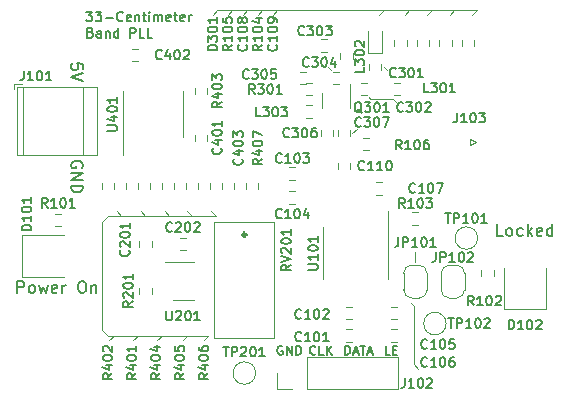
<source format=gbr>
%TF.GenerationSoftware,KiCad,Pcbnew,(5.1.6-0-10_14)*%
%TF.CreationDate,2021-11-26T22:59:46-06:00*%
%TF.ProjectId,EE514 Project,45453531-3420-4507-926f-6a6563742e6b,rev?*%
%TF.SameCoordinates,Original*%
%TF.FileFunction,Legend,Top*%
%TF.FilePolarity,Positive*%
%FSLAX46Y46*%
G04 Gerber Fmt 4.6, Leading zero omitted, Abs format (unit mm)*
G04 Created by KiCad (PCBNEW (5.1.6-0-10_14)) date 2021-11-26 22:59:46*
%MOMM*%
%LPD*%
G01*
G04 APERTURE LIST*
%ADD10C,0.150000*%
%ADD11C,0.120000*%
%ADD12C,0.360000*%
G04 APERTURE END LIST*
D10*
X128102614Y-93866295D02*
X128605776Y-93866295D01*
X128334842Y-94175933D01*
X128450957Y-94175933D01*
X128528366Y-94214638D01*
X128567071Y-94253342D01*
X128605776Y-94330752D01*
X128605776Y-94524276D01*
X128567071Y-94601685D01*
X128528366Y-94640390D01*
X128450957Y-94679095D01*
X128218728Y-94679095D01*
X128141319Y-94640390D01*
X128102614Y-94601685D01*
X128876709Y-93866295D02*
X129379871Y-93866295D01*
X129108938Y-94175933D01*
X129225052Y-94175933D01*
X129302461Y-94214638D01*
X129341166Y-94253342D01*
X129379871Y-94330752D01*
X129379871Y-94524276D01*
X129341166Y-94601685D01*
X129302461Y-94640390D01*
X129225052Y-94679095D01*
X128992823Y-94679095D01*
X128915414Y-94640390D01*
X128876709Y-94601685D01*
X129728214Y-94369457D02*
X130347490Y-94369457D01*
X131198995Y-94601685D02*
X131160290Y-94640390D01*
X131044176Y-94679095D01*
X130966766Y-94679095D01*
X130850652Y-94640390D01*
X130773242Y-94562980D01*
X130734538Y-94485571D01*
X130695833Y-94330752D01*
X130695833Y-94214638D01*
X130734538Y-94059819D01*
X130773242Y-93982409D01*
X130850652Y-93905000D01*
X130966766Y-93866295D01*
X131044176Y-93866295D01*
X131160290Y-93905000D01*
X131198995Y-93943704D01*
X131856976Y-94640390D02*
X131779566Y-94679095D01*
X131624747Y-94679095D01*
X131547338Y-94640390D01*
X131508633Y-94562980D01*
X131508633Y-94253342D01*
X131547338Y-94175933D01*
X131624747Y-94137228D01*
X131779566Y-94137228D01*
X131856976Y-94175933D01*
X131895680Y-94253342D01*
X131895680Y-94330752D01*
X131508633Y-94408161D01*
X132244023Y-94137228D02*
X132244023Y-94679095D01*
X132244023Y-94214638D02*
X132282728Y-94175933D01*
X132360138Y-94137228D01*
X132476252Y-94137228D01*
X132553661Y-94175933D01*
X132592366Y-94253342D01*
X132592366Y-94679095D01*
X132863300Y-94137228D02*
X133172938Y-94137228D01*
X132979414Y-93866295D02*
X132979414Y-94562980D01*
X133018119Y-94640390D01*
X133095528Y-94679095D01*
X133172938Y-94679095D01*
X133443871Y-94679095D02*
X133443871Y-94137228D01*
X133443871Y-93866295D02*
X133405166Y-93905000D01*
X133443871Y-93943704D01*
X133482576Y-93905000D01*
X133443871Y-93866295D01*
X133443871Y-93943704D01*
X133830919Y-94679095D02*
X133830919Y-94137228D01*
X133830919Y-94214638D02*
X133869623Y-94175933D01*
X133947033Y-94137228D01*
X134063147Y-94137228D01*
X134140557Y-94175933D01*
X134179261Y-94253342D01*
X134179261Y-94679095D01*
X134179261Y-94253342D02*
X134217966Y-94175933D01*
X134295376Y-94137228D01*
X134411490Y-94137228D01*
X134488900Y-94175933D01*
X134527604Y-94253342D01*
X134527604Y-94679095D01*
X135224290Y-94640390D02*
X135146880Y-94679095D01*
X134992061Y-94679095D01*
X134914652Y-94640390D01*
X134875947Y-94562980D01*
X134875947Y-94253342D01*
X134914652Y-94175933D01*
X134992061Y-94137228D01*
X135146880Y-94137228D01*
X135224290Y-94175933D01*
X135262995Y-94253342D01*
X135262995Y-94330752D01*
X134875947Y-94408161D01*
X135495223Y-94137228D02*
X135804861Y-94137228D01*
X135611338Y-93866295D02*
X135611338Y-94562980D01*
X135650042Y-94640390D01*
X135727452Y-94679095D01*
X135804861Y-94679095D01*
X136385433Y-94640390D02*
X136308023Y-94679095D01*
X136153204Y-94679095D01*
X136075795Y-94640390D01*
X136037090Y-94562980D01*
X136037090Y-94253342D01*
X136075795Y-94175933D01*
X136153204Y-94137228D01*
X136308023Y-94137228D01*
X136385433Y-94175933D01*
X136424138Y-94253342D01*
X136424138Y-94330752D01*
X136037090Y-94408161D01*
X136772480Y-94679095D02*
X136772480Y-94137228D01*
X136772480Y-94292047D02*
X136811185Y-94214638D01*
X136849890Y-94175933D01*
X136927300Y-94137228D01*
X137004709Y-94137228D01*
X128450957Y-95622542D02*
X128567071Y-95661247D01*
X128605776Y-95699952D01*
X128644480Y-95777361D01*
X128644480Y-95893476D01*
X128605776Y-95970885D01*
X128567071Y-96009590D01*
X128489661Y-96048295D01*
X128180023Y-96048295D01*
X128180023Y-95235495D01*
X128450957Y-95235495D01*
X128528366Y-95274200D01*
X128567071Y-95312904D01*
X128605776Y-95390314D01*
X128605776Y-95467723D01*
X128567071Y-95545133D01*
X128528366Y-95583838D01*
X128450957Y-95622542D01*
X128180023Y-95622542D01*
X129341166Y-96048295D02*
X129341166Y-95622542D01*
X129302461Y-95545133D01*
X129225052Y-95506428D01*
X129070233Y-95506428D01*
X128992823Y-95545133D01*
X129341166Y-96009590D02*
X129263757Y-96048295D01*
X129070233Y-96048295D01*
X128992823Y-96009590D01*
X128954119Y-95932180D01*
X128954119Y-95854771D01*
X128992823Y-95777361D01*
X129070233Y-95738657D01*
X129263757Y-95738657D01*
X129341166Y-95699952D01*
X129728214Y-95506428D02*
X129728214Y-96048295D01*
X129728214Y-95583838D02*
X129766919Y-95545133D01*
X129844328Y-95506428D01*
X129960442Y-95506428D01*
X130037852Y-95545133D01*
X130076557Y-95622542D01*
X130076557Y-96048295D01*
X130811947Y-96048295D02*
X130811947Y-95235495D01*
X130811947Y-96009590D02*
X130734538Y-96048295D01*
X130579719Y-96048295D01*
X130502309Y-96009590D01*
X130463604Y-95970885D01*
X130424900Y-95893476D01*
X130424900Y-95661247D01*
X130463604Y-95583838D01*
X130502309Y-95545133D01*
X130579719Y-95506428D01*
X130734538Y-95506428D01*
X130811947Y-95545133D01*
X131818271Y-96048295D02*
X131818271Y-95235495D01*
X132127909Y-95235495D01*
X132205319Y-95274200D01*
X132244023Y-95312904D01*
X132282728Y-95390314D01*
X132282728Y-95506428D01*
X132244023Y-95583838D01*
X132205319Y-95622542D01*
X132127909Y-95661247D01*
X131818271Y-95661247D01*
X133018119Y-96048295D02*
X132631071Y-96048295D01*
X132631071Y-95235495D01*
X133676100Y-96048295D02*
X133289052Y-96048295D01*
X133289052Y-95235495D01*
X144707428Y-122174000D02*
X144634857Y-122137714D01*
X144526000Y-122137714D01*
X144417142Y-122174000D01*
X144344571Y-122246571D01*
X144308285Y-122319142D01*
X144272000Y-122464285D01*
X144272000Y-122573142D01*
X144308285Y-122718285D01*
X144344571Y-122790857D01*
X144417142Y-122863428D01*
X144526000Y-122899714D01*
X144598571Y-122899714D01*
X144707428Y-122863428D01*
X144743714Y-122827142D01*
X144743714Y-122573142D01*
X144598571Y-122573142D01*
X145070285Y-122899714D02*
X145070285Y-122137714D01*
X145505714Y-122899714D01*
X145505714Y-122137714D01*
X145868571Y-122899714D02*
X145868571Y-122137714D01*
X146050000Y-122137714D01*
X146158857Y-122174000D01*
X146231428Y-122246571D01*
X146267714Y-122319142D01*
X146304000Y-122464285D01*
X146304000Y-122573142D01*
X146267714Y-122718285D01*
X146231428Y-122790857D01*
X146158857Y-122863428D01*
X146050000Y-122899714D01*
X145868571Y-122899714D01*
X153815142Y-122899714D02*
X153452285Y-122899714D01*
X153452285Y-122137714D01*
X154069142Y-122500571D02*
X154323142Y-122500571D01*
X154432000Y-122899714D02*
X154069142Y-122899714D01*
X154069142Y-122137714D01*
X154432000Y-122137714D01*
X149987000Y-122899714D02*
X149987000Y-122137714D01*
X150168428Y-122137714D01*
X150277285Y-122174000D01*
X150349857Y-122246571D01*
X150386142Y-122319142D01*
X150422428Y-122464285D01*
X150422428Y-122573142D01*
X150386142Y-122718285D01*
X150349857Y-122790857D01*
X150277285Y-122863428D01*
X150168428Y-122899714D01*
X149987000Y-122899714D01*
X150712714Y-122682000D02*
X151075571Y-122682000D01*
X150640142Y-122899714D02*
X150894142Y-122137714D01*
X151148142Y-122899714D01*
X151293285Y-122137714D02*
X151728714Y-122137714D01*
X151511000Y-122899714D02*
X151511000Y-122137714D01*
X151946428Y-122682000D02*
X152309285Y-122682000D01*
X151873857Y-122899714D02*
X152127857Y-122137714D01*
X152381857Y-122899714D01*
X147501428Y-122827142D02*
X147465142Y-122863428D01*
X147356285Y-122899714D01*
X147283714Y-122899714D01*
X147174857Y-122863428D01*
X147102285Y-122790857D01*
X147066000Y-122718285D01*
X147029714Y-122573142D01*
X147029714Y-122464285D01*
X147066000Y-122319142D01*
X147102285Y-122246571D01*
X147174857Y-122174000D01*
X147283714Y-122137714D01*
X147356285Y-122137714D01*
X147465142Y-122174000D01*
X147501428Y-122210285D01*
X148190857Y-122899714D02*
X147828000Y-122899714D01*
X147828000Y-122137714D01*
X148444857Y-122899714D02*
X148444857Y-122137714D01*
X148880285Y-122899714D02*
X148553714Y-122464285D01*
X148880285Y-122137714D02*
X148444857Y-122573142D01*
X163369857Y-112847380D02*
X162893666Y-112847380D01*
X162893666Y-111847380D01*
X163846047Y-112847380D02*
X163750809Y-112799761D01*
X163703190Y-112752142D01*
X163655571Y-112656904D01*
X163655571Y-112371190D01*
X163703190Y-112275952D01*
X163750809Y-112228333D01*
X163846047Y-112180714D01*
X163988904Y-112180714D01*
X164084142Y-112228333D01*
X164131761Y-112275952D01*
X164179380Y-112371190D01*
X164179380Y-112656904D01*
X164131761Y-112752142D01*
X164084142Y-112799761D01*
X163988904Y-112847380D01*
X163846047Y-112847380D01*
X165036523Y-112799761D02*
X164941285Y-112847380D01*
X164750809Y-112847380D01*
X164655571Y-112799761D01*
X164607952Y-112752142D01*
X164560333Y-112656904D01*
X164560333Y-112371190D01*
X164607952Y-112275952D01*
X164655571Y-112228333D01*
X164750809Y-112180714D01*
X164941285Y-112180714D01*
X165036523Y-112228333D01*
X165465095Y-112847380D02*
X165465095Y-111847380D01*
X165560333Y-112466428D02*
X165846047Y-112847380D01*
X165846047Y-112180714D02*
X165465095Y-112561666D01*
X166655571Y-112799761D02*
X166560333Y-112847380D01*
X166369857Y-112847380D01*
X166274619Y-112799761D01*
X166227000Y-112704523D01*
X166227000Y-112323571D01*
X166274619Y-112228333D01*
X166369857Y-112180714D01*
X166560333Y-112180714D01*
X166655571Y-112228333D01*
X166703190Y-112323571D01*
X166703190Y-112418809D01*
X166227000Y-112514047D01*
X167560333Y-112847380D02*
X167560333Y-111847380D01*
X167560333Y-112799761D02*
X167465095Y-112847380D01*
X167274619Y-112847380D01*
X167179380Y-112799761D01*
X167131761Y-112752142D01*
X167084142Y-112656904D01*
X167084142Y-112371190D01*
X167131761Y-112275952D01*
X167179380Y-112228333D01*
X167274619Y-112180714D01*
X167465095Y-112180714D01*
X167560333Y-112228333D01*
X122269666Y-117673380D02*
X122269666Y-116673380D01*
X122650619Y-116673380D01*
X122745857Y-116721000D01*
X122793476Y-116768619D01*
X122841095Y-116863857D01*
X122841095Y-117006714D01*
X122793476Y-117101952D01*
X122745857Y-117149571D01*
X122650619Y-117197190D01*
X122269666Y-117197190D01*
X123412523Y-117673380D02*
X123317285Y-117625761D01*
X123269666Y-117578142D01*
X123222047Y-117482904D01*
X123222047Y-117197190D01*
X123269666Y-117101952D01*
X123317285Y-117054333D01*
X123412523Y-117006714D01*
X123555380Y-117006714D01*
X123650619Y-117054333D01*
X123698238Y-117101952D01*
X123745857Y-117197190D01*
X123745857Y-117482904D01*
X123698238Y-117578142D01*
X123650619Y-117625761D01*
X123555380Y-117673380D01*
X123412523Y-117673380D01*
X124079190Y-117006714D02*
X124269666Y-117673380D01*
X124460142Y-117197190D01*
X124650619Y-117673380D01*
X124841095Y-117006714D01*
X125603000Y-117625761D02*
X125507761Y-117673380D01*
X125317285Y-117673380D01*
X125222047Y-117625761D01*
X125174428Y-117530523D01*
X125174428Y-117149571D01*
X125222047Y-117054333D01*
X125317285Y-117006714D01*
X125507761Y-117006714D01*
X125603000Y-117054333D01*
X125650619Y-117149571D01*
X125650619Y-117244809D01*
X125174428Y-117340047D01*
X126079190Y-117673380D02*
X126079190Y-117006714D01*
X126079190Y-117197190D02*
X126126809Y-117101952D01*
X126174428Y-117054333D01*
X126269666Y-117006714D01*
X126364904Y-117006714D01*
X127650619Y-116673380D02*
X127841095Y-116673380D01*
X127936333Y-116721000D01*
X128031571Y-116816238D01*
X128079190Y-117006714D01*
X128079190Y-117340047D01*
X128031571Y-117530523D01*
X127936333Y-117625761D01*
X127841095Y-117673380D01*
X127650619Y-117673380D01*
X127555380Y-117625761D01*
X127460142Y-117530523D01*
X127412523Y-117340047D01*
X127412523Y-117006714D01*
X127460142Y-116816238D01*
X127555380Y-116721000D01*
X127650619Y-116673380D01*
X128507761Y-117006714D02*
X128507761Y-117673380D01*
X128507761Y-117101952D02*
X128555380Y-117054333D01*
X128650619Y-117006714D01*
X128793476Y-117006714D01*
X128888714Y-117054333D01*
X128936333Y-117149571D01*
X128936333Y-117673380D01*
X127754000Y-107061095D02*
X127801619Y-106965857D01*
X127801619Y-106823000D01*
X127754000Y-106680142D01*
X127658761Y-106584904D01*
X127563523Y-106537285D01*
X127373047Y-106489666D01*
X127230190Y-106489666D01*
X127039714Y-106537285D01*
X126944476Y-106584904D01*
X126849238Y-106680142D01*
X126801619Y-106823000D01*
X126801619Y-106918238D01*
X126849238Y-107061095D01*
X126896857Y-107108714D01*
X127230190Y-107108714D01*
X127230190Y-106918238D01*
X126801619Y-107537285D02*
X127801619Y-107537285D01*
X126801619Y-108108714D01*
X127801619Y-108108714D01*
X126801619Y-108584904D02*
X127801619Y-108584904D01*
X127801619Y-108823000D01*
X127754000Y-108965857D01*
X127658761Y-109061095D01*
X127563523Y-109108714D01*
X127373047Y-109156333D01*
X127230190Y-109156333D01*
X127039714Y-109108714D01*
X126944476Y-109061095D01*
X126849238Y-108965857D01*
X126801619Y-108823000D01*
X126801619Y-108584904D01*
X127801619Y-98742523D02*
X127801619Y-98266333D01*
X127325428Y-98218714D01*
X127373047Y-98266333D01*
X127420666Y-98361571D01*
X127420666Y-98599666D01*
X127373047Y-98694904D01*
X127325428Y-98742523D01*
X127230190Y-98790142D01*
X126992095Y-98790142D01*
X126896857Y-98742523D01*
X126849238Y-98694904D01*
X126801619Y-98599666D01*
X126801619Y-98361571D01*
X126849238Y-98266333D01*
X126896857Y-98218714D01*
X127801619Y-99075857D02*
X126801619Y-99409190D01*
X127801619Y-99742523D01*
D11*
X140462000Y-93726000D02*
X140081000Y-94107000D01*
X141732000Y-93726000D02*
X141351000Y-94107000D01*
X143002000Y-93726000D02*
X142621000Y-94107000D01*
X144272000Y-93726000D02*
X143891000Y-94107000D01*
X153289000Y-93726000D02*
X152908000Y-94107000D01*
X155448000Y-93726000D02*
X155067000Y-94107000D01*
X157353000Y-93726000D02*
X156972000Y-94107000D01*
X159258000Y-93726000D02*
X158877000Y-94107000D01*
X161163000Y-93726000D02*
X160782000Y-94107000D01*
X139192000Y-93726000D02*
X161163000Y-93726000D01*
X138811000Y-94107000D02*
X139192000Y-93726000D01*
X153289000Y-98552000D02*
X153543000Y-98806000D01*
X154051000Y-101219000D02*
X154305000Y-101473000D01*
X153797000Y-101219000D02*
X154051000Y-101219000D01*
X152146000Y-101219000D02*
X153797000Y-101219000D01*
X152019000Y-101092000D02*
X152146000Y-101219000D01*
X150622000Y-104140000D02*
X151003000Y-103759000D01*
X148844000Y-98806000D02*
X148590000Y-98552000D01*
X155956000Y-115062000D02*
X155956000Y-114173000D01*
X155829000Y-118745000D02*
X155575000Y-118491000D01*
X155829000Y-118999000D02*
X155829000Y-118745000D01*
X155829000Y-119253000D02*
X155829000Y-118999000D01*
X155829000Y-123698000D02*
X155829000Y-119253000D01*
X156210000Y-124079000D02*
X155829000Y-123698000D01*
X139065000Y-111125000D02*
X138684000Y-110744000D01*
X137033000Y-111125000D02*
X136652000Y-110744000D01*
X135128000Y-111125000D02*
X134747000Y-110744000D01*
X133096000Y-111125000D02*
X132715000Y-110744000D01*
X131064000Y-111125000D02*
X130683000Y-110744000D01*
X138430000Y-121285000D02*
X138049000Y-121666000D01*
X136652000Y-121285000D02*
X136271000Y-121666000D01*
X134493000Y-121285000D02*
X134112000Y-121666000D01*
X132461000Y-121285000D02*
X132080000Y-121666000D01*
X130429000Y-121285000D02*
X130048000Y-121666000D01*
X129921000Y-111125000D02*
X139065000Y-111125000D01*
X129413000Y-111633000D02*
X129921000Y-111125000D01*
X129413000Y-120777000D02*
X129413000Y-111633000D01*
X129921000Y-121285000D02*
X129413000Y-120777000D01*
X138430000Y-121285000D02*
X129921000Y-121285000D01*
%TO.C,J102*%
X154492000Y-125790000D02*
X154492000Y-123130000D01*
X146812000Y-125790000D02*
X154492000Y-125790000D01*
X146812000Y-123130000D02*
X154492000Y-123130000D01*
X146812000Y-125790000D02*
X146812000Y-123130000D01*
X145542000Y-125790000D02*
X144212000Y-125790000D01*
X144212000Y-125790000D02*
X144212000Y-124460000D01*
%TO.C,D101*%
X126179000Y-112774046D02*
X122679000Y-112774046D01*
X122679000Y-112774046D02*
X122679000Y-116333954D01*
X122679000Y-116333954D02*
X126179000Y-116333954D01*
%TO.C,TP201*%
X142428000Y-124460000D02*
G75*
G03*
X142428000Y-124460000I-950000J0D01*
G01*
%TO.C,U401*%
X136291000Y-102543400D02*
X136291000Y-100593400D01*
X136291000Y-102543400D02*
X136291000Y-104493400D01*
X131171000Y-102543400D02*
X131171000Y-100593400D01*
X131171000Y-102543400D02*
X131171000Y-105993400D01*
%TO.C,U201*%
X135407000Y-118252000D02*
X137207000Y-118252000D01*
X137207000Y-115032000D02*
X134757000Y-115032000D01*
%TO.C,U101*%
X148141000Y-114300000D02*
X148141000Y-116500000D01*
X148141000Y-114300000D02*
X148141000Y-112100000D01*
X153611000Y-114300000D02*
X153611000Y-116500000D01*
X153611000Y-114300000D02*
X153611000Y-110700000D01*
%TO.C,TP102*%
X158557000Y-120269000D02*
G75*
G03*
X158557000Y-120269000I-950000J0D01*
G01*
%TO.C,TP101*%
X161224000Y-113030000D02*
G75*
G03*
X161224000Y-113030000I-950000J0D01*
G01*
D12*
%TO.C,RV201*%
X141628000Y-112746000D02*
G75*
G03*
X141628000Y-112746000I-150000J0D01*
G01*
D11*
X138943000Y-111701000D02*
X138943000Y-121471000D01*
X144013000Y-111701000D02*
X144013000Y-121471000D01*
X138943000Y-121471000D02*
X144013000Y-121471000D01*
X138943000Y-111701000D02*
X144013000Y-111701000D01*
%TO.C,R407*%
X141590500Y-108839724D02*
X141590500Y-108330276D01*
X142635500Y-108839724D02*
X142635500Y-108330276D01*
%TO.C,R406*%
X137526500Y-108839724D02*
X137526500Y-108330276D01*
X138571500Y-108839724D02*
X138571500Y-108330276D01*
%TO.C,R405*%
X135494500Y-108839724D02*
X135494500Y-108330276D01*
X136539500Y-108839724D02*
X136539500Y-108330276D01*
%TO.C,R404*%
X134507500Y-108330276D02*
X134507500Y-108839724D01*
X133462500Y-108330276D02*
X133462500Y-108839724D01*
%TO.C,R403*%
X138317500Y-100329276D02*
X138317500Y-100838724D01*
X137272500Y-100329276D02*
X137272500Y-100838724D01*
%TO.C,R402*%
X130443500Y-108330276D02*
X130443500Y-108839724D01*
X129398500Y-108330276D02*
X129398500Y-108839724D01*
%TO.C,R401*%
X131430500Y-108839724D02*
X131430500Y-108330276D01*
X132475500Y-108839724D02*
X132475500Y-108330276D01*
%TO.C,R301*%
X147193724Y-100954100D02*
X146684276Y-100954100D01*
X147193724Y-99909100D02*
X146684276Y-99909100D01*
%TO.C,R201*%
X132573500Y-117729724D02*
X132573500Y-117220276D01*
X133618500Y-117729724D02*
X133618500Y-117220276D01*
%TO.C,R106*%
X151535676Y-104557300D02*
X152045124Y-104557300D01*
X151535676Y-105602300D02*
X152045124Y-105602300D01*
%TO.C,R105*%
X154163500Y-96774724D02*
X154163500Y-96265276D01*
X155208500Y-96774724D02*
X155208500Y-96265276D01*
%TO.C,R104*%
X159018500Y-96265276D02*
X159018500Y-96774724D01*
X157973500Y-96265276D02*
X157973500Y-96774724D01*
%TO.C,R103*%
X155701276Y-110856500D02*
X156210724Y-110856500D01*
X155701276Y-111901500D02*
X156210724Y-111901500D01*
%TO.C,R102*%
X162574500Y-115696276D02*
X162574500Y-116205724D01*
X161529500Y-115696276D02*
X161529500Y-116205724D01*
%TO.C,R101*%
X125475276Y-110983500D02*
X125984724Y-110983500D01*
X125475276Y-112028500D02*
X125984724Y-112028500D01*
%TO.C,Q301*%
X150435800Y-99961400D02*
X150435800Y-101996400D01*
X148075800Y-100746400D02*
X148075800Y-101996400D01*
%TO.C,L303*%
X146684276Y-102833700D02*
X147193724Y-102833700D01*
X146684276Y-101788700D02*
X147193724Y-101788700D01*
%TO.C,L302*%
X150636500Y-97892324D02*
X150636500Y-97382876D01*
X149591500Y-97892324D02*
X149591500Y-97382876D01*
%TO.C,L301*%
X154151876Y-100954100D02*
X154661324Y-100954100D01*
X154151876Y-99909100D02*
X154661324Y-99909100D01*
%TO.C,JP102*%
X156256000Y-115313000D02*
G75*
G02*
X156956000Y-116013000I0J-700000D01*
G01*
X154956000Y-116013000D02*
G75*
G02*
X155656000Y-115313000I700000J0D01*
G01*
X155656000Y-118113000D02*
G75*
G02*
X154956000Y-117413000I0J700000D01*
G01*
X156956000Y-117413000D02*
G75*
G02*
X156256000Y-118113000I-700000J0D01*
G01*
X155656000Y-115313000D02*
X156256000Y-115313000D01*
X154956000Y-117413000D02*
X154956000Y-116013000D01*
X156256000Y-118113000D02*
X155656000Y-118113000D01*
X156956000Y-116013000D02*
X156956000Y-117413000D01*
%TO.C,JP101*%
X158831000Y-118113000D02*
G75*
G02*
X158131000Y-117413000I0J700000D01*
G01*
X160131000Y-117413000D02*
G75*
G02*
X159431000Y-118113000I-700000J0D01*
G01*
X159431000Y-115313000D02*
G75*
G02*
X160131000Y-116013000I0J-700000D01*
G01*
X158131000Y-116013000D02*
G75*
G02*
X158831000Y-115313000I700000J0D01*
G01*
X159431000Y-118113000D02*
X158831000Y-118113000D01*
X160131000Y-116013000D02*
X160131000Y-117413000D01*
X158831000Y-115313000D02*
X159431000Y-115313000D01*
X158131000Y-117413000D02*
X158131000Y-116013000D01*
%TO.C,J103*%
X160568000Y-104652000D02*
X161068000Y-104902000D01*
X160568000Y-105152000D02*
X160568000Y-104652000D01*
X161068000Y-104902000D02*
X160568000Y-105152000D01*
%TO.C,J101*%
X122753000Y-100234000D02*
X122753000Y-106014000D01*
X127853000Y-100234000D02*
X127853000Y-106014000D01*
X128973000Y-100234000D02*
X128973000Y-106014000D01*
X122233000Y-100234000D02*
X122233000Y-106014000D01*
X128973000Y-100234000D02*
X122233000Y-100234000D01*
X128973000Y-106014000D02*
X122233000Y-106014000D01*
X122633000Y-99994000D02*
X121993000Y-99994000D01*
X121993000Y-99994000D02*
X121993000Y-100394000D01*
%TO.C,D301*%
X151927000Y-97339800D02*
X153127000Y-97339800D01*
X151927000Y-95489800D02*
X151927000Y-97339800D01*
X153127000Y-95489800D02*
X153127000Y-97339800D01*
%TO.C,D102*%
X167006954Y-119056000D02*
X167006954Y-115556000D01*
X163447046Y-119056000D02*
X167006954Y-119056000D01*
X163447046Y-115556000D02*
X163447046Y-119056000D01*
%TO.C,C403*%
X139558500Y-108839724D02*
X139558500Y-108330276D01*
X140603500Y-108839724D02*
X140603500Y-108330276D01*
%TO.C,C402*%
X132461724Y-98058500D02*
X131952276Y-98058500D01*
X132461724Y-97013500D02*
X131952276Y-97013500D01*
%TO.C,C401*%
X138317500Y-104266276D02*
X138317500Y-104775724D01*
X137272500Y-104266276D02*
X137272500Y-104775724D01*
%TO.C,C307*%
X149413700Y-104420124D02*
X149413700Y-103910676D01*
X150458700Y-104420124D02*
X150458700Y-103910676D01*
%TO.C,C306*%
X147940500Y-104420124D02*
X147940500Y-103910676D01*
X148985500Y-104420124D02*
X148985500Y-103910676D01*
%TO.C,C305*%
X146660324Y-100014300D02*
X146150876Y-100014300D01*
X146660324Y-98969300D02*
X146150876Y-98969300D01*
%TO.C,C304*%
X149456224Y-100014300D02*
X148946776Y-100014300D01*
X149456224Y-98969300D02*
X148946776Y-98969300D01*
%TO.C,C303*%
X148514524Y-97245700D02*
X148005076Y-97245700D01*
X148514524Y-96200700D02*
X148005076Y-96200700D01*
%TO.C,C302*%
X151357876Y-99909100D02*
X151867324Y-99909100D01*
X151357876Y-100954100D02*
X151867324Y-100954100D01*
%TO.C,C301*%
X152004500Y-98832124D02*
X152004500Y-98322676D01*
X153049500Y-98832124D02*
X153049500Y-98322676D01*
%TO.C,C202*%
X136525724Y-114060500D02*
X136016276Y-114060500D01*
X136525724Y-113015500D02*
X136016276Y-113015500D01*
%TO.C,C201*%
X132573500Y-113792724D02*
X132573500Y-113283276D01*
X133618500Y-113792724D02*
X133618500Y-113283276D01*
%TO.C,C110*%
X150458700Y-106704676D02*
X150458700Y-107214124D01*
X149413700Y-106704676D02*
X149413700Y-107214124D01*
%TO.C,C109*%
X159878500Y-96774724D02*
X159878500Y-96265276D01*
X160923500Y-96774724D02*
X160923500Y-96265276D01*
%TO.C,C108*%
X157113500Y-96265276D02*
X157113500Y-96774724D01*
X156068500Y-96265276D02*
X156068500Y-96774724D01*
%TO.C,C107*%
X152653276Y-108316500D02*
X153162724Y-108316500D01*
X152653276Y-109361500D02*
X153162724Y-109361500D01*
%TO.C,C106*%
X153923276Y-120762500D02*
X154432724Y-120762500D01*
X153923276Y-121807500D02*
X154432724Y-121807500D01*
%TO.C,C105*%
X153923276Y-118857500D02*
X154432724Y-118857500D01*
X153923276Y-119902500D02*
X154432724Y-119902500D01*
%TO.C,C104*%
X145796724Y-110123500D02*
X145287276Y-110123500D01*
X145796724Y-109078500D02*
X145287276Y-109078500D01*
%TO.C,C103*%
X145796724Y-108091500D02*
X145287276Y-108091500D01*
X145796724Y-107046500D02*
X145287276Y-107046500D01*
%TO.C,C102*%
X150622724Y-119902500D02*
X150113276Y-119902500D01*
X150622724Y-118857500D02*
X150113276Y-118857500D01*
%TO.C,C101*%
X150622724Y-121807500D02*
X150113276Y-121807500D01*
X150622724Y-120762500D02*
X150113276Y-120762500D01*
%TO.C,J102*%
D10*
X155037971Y-124903895D02*
X155037971Y-125484466D01*
X154999266Y-125600580D01*
X154921857Y-125677990D01*
X154805742Y-125716695D01*
X154728333Y-125716695D01*
X155850771Y-125716695D02*
X155386314Y-125716695D01*
X155618542Y-125716695D02*
X155618542Y-124903895D01*
X155541133Y-125020009D01*
X155463723Y-125097419D01*
X155386314Y-125136123D01*
X156353933Y-124903895D02*
X156431342Y-124903895D01*
X156508752Y-124942600D01*
X156547457Y-124981304D01*
X156586161Y-125058714D01*
X156624866Y-125213533D01*
X156624866Y-125407057D01*
X156586161Y-125561876D01*
X156547457Y-125639285D01*
X156508752Y-125677990D01*
X156431342Y-125716695D01*
X156353933Y-125716695D01*
X156276523Y-125677990D01*
X156237819Y-125639285D01*
X156199114Y-125561876D01*
X156160409Y-125407057D01*
X156160409Y-125213533D01*
X156199114Y-125058714D01*
X156237819Y-124981304D01*
X156276523Y-124942600D01*
X156353933Y-124903895D01*
X156934504Y-124981304D02*
X156973209Y-124942600D01*
X157050619Y-124903895D01*
X157244142Y-124903895D01*
X157321552Y-124942600D01*
X157360257Y-124981304D01*
X157398961Y-125058714D01*
X157398961Y-125136123D01*
X157360257Y-125252238D01*
X156895800Y-125716695D01*
X157398961Y-125716695D01*
%TO.C,D101*%
X123430695Y-112372019D02*
X122617895Y-112372019D01*
X122617895Y-112178495D01*
X122656600Y-112062380D01*
X122734009Y-111984971D01*
X122811419Y-111946266D01*
X122966238Y-111907561D01*
X123082352Y-111907561D01*
X123237171Y-111946266D01*
X123314580Y-111984971D01*
X123391990Y-112062380D01*
X123430695Y-112178495D01*
X123430695Y-112372019D01*
X123430695Y-111133466D02*
X123430695Y-111597923D01*
X123430695Y-111365695D02*
X122617895Y-111365695D01*
X122734009Y-111443104D01*
X122811419Y-111520514D01*
X122850123Y-111597923D01*
X122617895Y-110630304D02*
X122617895Y-110552895D01*
X122656600Y-110475485D01*
X122695304Y-110436780D01*
X122772714Y-110398076D01*
X122927533Y-110359371D01*
X123121057Y-110359371D01*
X123275876Y-110398076D01*
X123353285Y-110436780D01*
X123391990Y-110475485D01*
X123430695Y-110552895D01*
X123430695Y-110630304D01*
X123391990Y-110707714D01*
X123353285Y-110746419D01*
X123275876Y-110785123D01*
X123121057Y-110823828D01*
X122927533Y-110823828D01*
X122772714Y-110785123D01*
X122695304Y-110746419D01*
X122656600Y-110707714D01*
X122617895Y-110630304D01*
X123430695Y-109585276D02*
X123430695Y-110049733D01*
X123430695Y-109817504D02*
X122617895Y-109817504D01*
X122734009Y-109894914D01*
X122811419Y-109972323D01*
X122850123Y-110049733D01*
%TO.C,TP201*%
X139678228Y-122236895D02*
X140142685Y-122236895D01*
X139910457Y-123049695D02*
X139910457Y-122236895D01*
X140413619Y-123049695D02*
X140413619Y-122236895D01*
X140723257Y-122236895D01*
X140800666Y-122275600D01*
X140839371Y-122314304D01*
X140878076Y-122391714D01*
X140878076Y-122507828D01*
X140839371Y-122585238D01*
X140800666Y-122623942D01*
X140723257Y-122662647D01*
X140413619Y-122662647D01*
X141187714Y-122314304D02*
X141226419Y-122275600D01*
X141303828Y-122236895D01*
X141497352Y-122236895D01*
X141574761Y-122275600D01*
X141613466Y-122314304D01*
X141652171Y-122391714D01*
X141652171Y-122469123D01*
X141613466Y-122585238D01*
X141149009Y-123049695D01*
X141652171Y-123049695D01*
X142155333Y-122236895D02*
X142232742Y-122236895D01*
X142310152Y-122275600D01*
X142348857Y-122314304D01*
X142387561Y-122391714D01*
X142426266Y-122546533D01*
X142426266Y-122740057D01*
X142387561Y-122894876D01*
X142348857Y-122972285D01*
X142310152Y-123010990D01*
X142232742Y-123049695D01*
X142155333Y-123049695D01*
X142077923Y-123010990D01*
X142039219Y-122972285D01*
X142000514Y-122894876D01*
X141961809Y-122740057D01*
X141961809Y-122546533D01*
X142000514Y-122391714D01*
X142039219Y-122314304D01*
X142077923Y-122275600D01*
X142155333Y-122236895D01*
X143200361Y-123049695D02*
X142735904Y-123049695D01*
X142968133Y-123049695D02*
X142968133Y-122236895D01*
X142890723Y-122353009D01*
X142813314Y-122430419D01*
X142735904Y-122469123D01*
%TO.C,U401*%
X129885895Y-103936771D02*
X130543876Y-103936771D01*
X130621285Y-103898066D01*
X130659990Y-103859361D01*
X130698695Y-103781952D01*
X130698695Y-103627133D01*
X130659990Y-103549723D01*
X130621285Y-103511019D01*
X130543876Y-103472314D01*
X129885895Y-103472314D01*
X130156828Y-102736923D02*
X130698695Y-102736923D01*
X129847190Y-102930447D02*
X130427761Y-103123971D01*
X130427761Y-102620809D01*
X129885895Y-102156352D02*
X129885895Y-102078942D01*
X129924600Y-102001533D01*
X129963304Y-101962828D01*
X130040714Y-101924123D01*
X130195533Y-101885419D01*
X130389057Y-101885419D01*
X130543876Y-101924123D01*
X130621285Y-101962828D01*
X130659990Y-102001533D01*
X130698695Y-102078942D01*
X130698695Y-102156352D01*
X130659990Y-102233761D01*
X130621285Y-102272466D01*
X130543876Y-102311171D01*
X130389057Y-102349876D01*
X130195533Y-102349876D01*
X130040714Y-102311171D01*
X129963304Y-102272466D01*
X129924600Y-102233761D01*
X129885895Y-102156352D01*
X130698695Y-101111323D02*
X130698695Y-101575780D01*
X130698695Y-101343552D02*
X129885895Y-101343552D01*
X130002009Y-101420961D01*
X130079419Y-101498371D01*
X130118123Y-101575780D01*
%TO.C,U201*%
X134877628Y-119188895D02*
X134877628Y-119846876D01*
X134916333Y-119924285D01*
X134955038Y-119962990D01*
X135032447Y-120001695D01*
X135187266Y-120001695D01*
X135264676Y-119962990D01*
X135303380Y-119924285D01*
X135342085Y-119846876D01*
X135342085Y-119188895D01*
X135690428Y-119266304D02*
X135729133Y-119227600D01*
X135806542Y-119188895D01*
X136000066Y-119188895D01*
X136077476Y-119227600D01*
X136116180Y-119266304D01*
X136154885Y-119343714D01*
X136154885Y-119421123D01*
X136116180Y-119537238D01*
X135651723Y-120001695D01*
X136154885Y-120001695D01*
X136658047Y-119188895D02*
X136735457Y-119188895D01*
X136812866Y-119227600D01*
X136851571Y-119266304D01*
X136890276Y-119343714D01*
X136928980Y-119498533D01*
X136928980Y-119692057D01*
X136890276Y-119846876D01*
X136851571Y-119924285D01*
X136812866Y-119962990D01*
X136735457Y-120001695D01*
X136658047Y-120001695D01*
X136580638Y-119962990D01*
X136541933Y-119924285D01*
X136503228Y-119846876D01*
X136464523Y-119692057D01*
X136464523Y-119498533D01*
X136503228Y-119343714D01*
X136541933Y-119266304D01*
X136580638Y-119227600D01*
X136658047Y-119188895D01*
X137703076Y-120001695D02*
X137238619Y-120001695D01*
X137470847Y-120001695D02*
X137470847Y-119188895D01*
X137393438Y-119305009D01*
X137316028Y-119382419D01*
X137238619Y-119421123D01*
%TO.C,U101*%
X146874895Y-115693371D02*
X147532876Y-115693371D01*
X147610285Y-115654666D01*
X147648990Y-115615961D01*
X147687695Y-115538552D01*
X147687695Y-115383733D01*
X147648990Y-115306323D01*
X147610285Y-115267619D01*
X147532876Y-115228914D01*
X146874895Y-115228914D01*
X147687695Y-114416114D02*
X147687695Y-114880571D01*
X147687695Y-114648342D02*
X146874895Y-114648342D01*
X146991009Y-114725752D01*
X147068419Y-114803161D01*
X147107123Y-114880571D01*
X146874895Y-113912952D02*
X146874895Y-113835542D01*
X146913600Y-113758133D01*
X146952304Y-113719428D01*
X147029714Y-113680723D01*
X147184533Y-113642019D01*
X147378057Y-113642019D01*
X147532876Y-113680723D01*
X147610285Y-113719428D01*
X147648990Y-113758133D01*
X147687695Y-113835542D01*
X147687695Y-113912952D01*
X147648990Y-113990361D01*
X147610285Y-114029066D01*
X147532876Y-114067771D01*
X147378057Y-114106476D01*
X147184533Y-114106476D01*
X147029714Y-114067771D01*
X146952304Y-114029066D01*
X146913600Y-113990361D01*
X146874895Y-113912952D01*
X147687695Y-112867923D02*
X147687695Y-113332380D01*
X147687695Y-113100152D02*
X146874895Y-113100152D01*
X146991009Y-113177561D01*
X147068419Y-113254971D01*
X147107123Y-113332380D01*
%TO.C,TP102*%
X158728228Y-119823895D02*
X159192685Y-119823895D01*
X158960457Y-120636695D02*
X158960457Y-119823895D01*
X159463619Y-120636695D02*
X159463619Y-119823895D01*
X159773257Y-119823895D01*
X159850666Y-119862600D01*
X159889371Y-119901304D01*
X159928076Y-119978714D01*
X159928076Y-120094828D01*
X159889371Y-120172238D01*
X159850666Y-120210942D01*
X159773257Y-120249647D01*
X159463619Y-120249647D01*
X160702171Y-120636695D02*
X160237714Y-120636695D01*
X160469942Y-120636695D02*
X160469942Y-119823895D01*
X160392533Y-119940009D01*
X160315123Y-120017419D01*
X160237714Y-120056123D01*
X161205333Y-119823895D02*
X161282742Y-119823895D01*
X161360152Y-119862600D01*
X161398857Y-119901304D01*
X161437561Y-119978714D01*
X161476266Y-120133533D01*
X161476266Y-120327057D01*
X161437561Y-120481876D01*
X161398857Y-120559285D01*
X161360152Y-120597990D01*
X161282742Y-120636695D01*
X161205333Y-120636695D01*
X161127923Y-120597990D01*
X161089219Y-120559285D01*
X161050514Y-120481876D01*
X161011809Y-120327057D01*
X161011809Y-120133533D01*
X161050514Y-119978714D01*
X161089219Y-119901304D01*
X161127923Y-119862600D01*
X161205333Y-119823895D01*
X161785904Y-119901304D02*
X161824609Y-119862600D01*
X161902019Y-119823895D01*
X162095542Y-119823895D01*
X162172952Y-119862600D01*
X162211657Y-119901304D01*
X162250361Y-119978714D01*
X162250361Y-120056123D01*
X162211657Y-120172238D01*
X161747200Y-120636695D01*
X162250361Y-120636695D01*
%TO.C,TP101*%
X158474228Y-110933895D02*
X158938685Y-110933895D01*
X158706457Y-111746695D02*
X158706457Y-110933895D01*
X159209619Y-111746695D02*
X159209619Y-110933895D01*
X159519257Y-110933895D01*
X159596666Y-110972600D01*
X159635371Y-111011304D01*
X159674076Y-111088714D01*
X159674076Y-111204828D01*
X159635371Y-111282238D01*
X159596666Y-111320942D01*
X159519257Y-111359647D01*
X159209619Y-111359647D01*
X160448171Y-111746695D02*
X159983714Y-111746695D01*
X160215942Y-111746695D02*
X160215942Y-110933895D01*
X160138533Y-111050009D01*
X160061123Y-111127419D01*
X159983714Y-111166123D01*
X160951333Y-110933895D02*
X161028742Y-110933895D01*
X161106152Y-110972600D01*
X161144857Y-111011304D01*
X161183561Y-111088714D01*
X161222266Y-111243533D01*
X161222266Y-111437057D01*
X161183561Y-111591876D01*
X161144857Y-111669285D01*
X161106152Y-111707990D01*
X161028742Y-111746695D01*
X160951333Y-111746695D01*
X160873923Y-111707990D01*
X160835219Y-111669285D01*
X160796514Y-111591876D01*
X160757809Y-111437057D01*
X160757809Y-111243533D01*
X160796514Y-111088714D01*
X160835219Y-111011304D01*
X160873923Y-110972600D01*
X160951333Y-110933895D01*
X161996361Y-111746695D02*
X161531904Y-111746695D01*
X161764133Y-111746695D02*
X161764133Y-110933895D01*
X161686723Y-111050009D01*
X161609314Y-111127419D01*
X161531904Y-111166123D01*
%TO.C,RV201*%
X145401695Y-115303904D02*
X145014647Y-115574838D01*
X145401695Y-115768361D02*
X144588895Y-115768361D01*
X144588895Y-115458723D01*
X144627600Y-115381314D01*
X144666304Y-115342609D01*
X144743714Y-115303904D01*
X144859828Y-115303904D01*
X144937238Y-115342609D01*
X144975942Y-115381314D01*
X145014647Y-115458723D01*
X145014647Y-115768361D01*
X144588895Y-115071676D02*
X145401695Y-114800742D01*
X144588895Y-114529809D01*
X144666304Y-114297580D02*
X144627600Y-114258876D01*
X144588895Y-114181466D01*
X144588895Y-113987942D01*
X144627600Y-113910533D01*
X144666304Y-113871828D01*
X144743714Y-113833123D01*
X144821123Y-113833123D01*
X144937238Y-113871828D01*
X145401695Y-114336285D01*
X145401695Y-113833123D01*
X144588895Y-113329961D02*
X144588895Y-113252552D01*
X144627600Y-113175142D01*
X144666304Y-113136438D01*
X144743714Y-113097733D01*
X144898533Y-113059028D01*
X145092057Y-113059028D01*
X145246876Y-113097733D01*
X145324285Y-113136438D01*
X145362990Y-113175142D01*
X145401695Y-113252552D01*
X145401695Y-113329961D01*
X145362990Y-113407371D01*
X145324285Y-113446076D01*
X145246876Y-113484780D01*
X145092057Y-113523485D01*
X144898533Y-113523485D01*
X144743714Y-113484780D01*
X144666304Y-113446076D01*
X144627600Y-113407371D01*
X144588895Y-113329961D01*
X145401695Y-112284933D02*
X145401695Y-112749390D01*
X145401695Y-112517161D02*
X144588895Y-112517161D01*
X144705009Y-112594571D01*
X144782419Y-112671980D01*
X144821123Y-112749390D01*
%TO.C,R407*%
X142988695Y-106319561D02*
X142601647Y-106590495D01*
X142988695Y-106784019D02*
X142175895Y-106784019D01*
X142175895Y-106474380D01*
X142214600Y-106396971D01*
X142253304Y-106358266D01*
X142330714Y-106319561D01*
X142446828Y-106319561D01*
X142524238Y-106358266D01*
X142562942Y-106396971D01*
X142601647Y-106474380D01*
X142601647Y-106784019D01*
X142446828Y-105622876D02*
X142988695Y-105622876D01*
X142137190Y-105816400D02*
X142717761Y-106009923D01*
X142717761Y-105506761D01*
X142175895Y-105042304D02*
X142175895Y-104964895D01*
X142214600Y-104887485D01*
X142253304Y-104848780D01*
X142330714Y-104810076D01*
X142485533Y-104771371D01*
X142679057Y-104771371D01*
X142833876Y-104810076D01*
X142911285Y-104848780D01*
X142949990Y-104887485D01*
X142988695Y-104964895D01*
X142988695Y-105042304D01*
X142949990Y-105119714D01*
X142911285Y-105158419D01*
X142833876Y-105197123D01*
X142679057Y-105235828D01*
X142485533Y-105235828D01*
X142330714Y-105197123D01*
X142253304Y-105158419D01*
X142214600Y-105119714D01*
X142175895Y-105042304D01*
X142175895Y-104500438D02*
X142175895Y-103958571D01*
X142988695Y-104306914D01*
%TO.C,R406*%
X138416695Y-124480561D02*
X138029647Y-124751495D01*
X138416695Y-124945019D02*
X137603895Y-124945019D01*
X137603895Y-124635380D01*
X137642600Y-124557971D01*
X137681304Y-124519266D01*
X137758714Y-124480561D01*
X137874828Y-124480561D01*
X137952238Y-124519266D01*
X137990942Y-124557971D01*
X138029647Y-124635380D01*
X138029647Y-124945019D01*
X137874828Y-123783876D02*
X138416695Y-123783876D01*
X137565190Y-123977400D02*
X138145761Y-124170923D01*
X138145761Y-123667761D01*
X137603895Y-123203304D02*
X137603895Y-123125895D01*
X137642600Y-123048485D01*
X137681304Y-123009780D01*
X137758714Y-122971076D01*
X137913533Y-122932371D01*
X138107057Y-122932371D01*
X138261876Y-122971076D01*
X138339285Y-123009780D01*
X138377990Y-123048485D01*
X138416695Y-123125895D01*
X138416695Y-123203304D01*
X138377990Y-123280714D01*
X138339285Y-123319419D01*
X138261876Y-123358123D01*
X138107057Y-123396828D01*
X137913533Y-123396828D01*
X137758714Y-123358123D01*
X137681304Y-123319419D01*
X137642600Y-123280714D01*
X137603895Y-123203304D01*
X137603895Y-122235685D02*
X137603895Y-122390504D01*
X137642600Y-122467914D01*
X137681304Y-122506619D01*
X137797419Y-122584028D01*
X137952238Y-122622733D01*
X138261876Y-122622733D01*
X138339285Y-122584028D01*
X138377990Y-122545323D01*
X138416695Y-122467914D01*
X138416695Y-122313095D01*
X138377990Y-122235685D01*
X138339285Y-122196980D01*
X138261876Y-122158276D01*
X138068352Y-122158276D01*
X137990942Y-122196980D01*
X137952238Y-122235685D01*
X137913533Y-122313095D01*
X137913533Y-122467914D01*
X137952238Y-122545323D01*
X137990942Y-122584028D01*
X138068352Y-122622733D01*
%TO.C,R405*%
X136384695Y-124480561D02*
X135997647Y-124751495D01*
X136384695Y-124945019D02*
X135571895Y-124945019D01*
X135571895Y-124635380D01*
X135610600Y-124557971D01*
X135649304Y-124519266D01*
X135726714Y-124480561D01*
X135842828Y-124480561D01*
X135920238Y-124519266D01*
X135958942Y-124557971D01*
X135997647Y-124635380D01*
X135997647Y-124945019D01*
X135842828Y-123783876D02*
X136384695Y-123783876D01*
X135533190Y-123977400D02*
X136113761Y-124170923D01*
X136113761Y-123667761D01*
X135571895Y-123203304D02*
X135571895Y-123125895D01*
X135610600Y-123048485D01*
X135649304Y-123009780D01*
X135726714Y-122971076D01*
X135881533Y-122932371D01*
X136075057Y-122932371D01*
X136229876Y-122971076D01*
X136307285Y-123009780D01*
X136345990Y-123048485D01*
X136384695Y-123125895D01*
X136384695Y-123203304D01*
X136345990Y-123280714D01*
X136307285Y-123319419D01*
X136229876Y-123358123D01*
X136075057Y-123396828D01*
X135881533Y-123396828D01*
X135726714Y-123358123D01*
X135649304Y-123319419D01*
X135610600Y-123280714D01*
X135571895Y-123203304D01*
X135571895Y-122196980D02*
X135571895Y-122584028D01*
X135958942Y-122622733D01*
X135920238Y-122584028D01*
X135881533Y-122506619D01*
X135881533Y-122313095D01*
X135920238Y-122235685D01*
X135958942Y-122196980D01*
X136036352Y-122158276D01*
X136229876Y-122158276D01*
X136307285Y-122196980D01*
X136345990Y-122235685D01*
X136384695Y-122313095D01*
X136384695Y-122506619D01*
X136345990Y-122584028D01*
X136307285Y-122622733D01*
%TO.C,R404*%
X134352695Y-124480561D02*
X133965647Y-124751495D01*
X134352695Y-124945019D02*
X133539895Y-124945019D01*
X133539895Y-124635380D01*
X133578600Y-124557971D01*
X133617304Y-124519266D01*
X133694714Y-124480561D01*
X133810828Y-124480561D01*
X133888238Y-124519266D01*
X133926942Y-124557971D01*
X133965647Y-124635380D01*
X133965647Y-124945019D01*
X133810828Y-123783876D02*
X134352695Y-123783876D01*
X133501190Y-123977400D02*
X134081761Y-124170923D01*
X134081761Y-123667761D01*
X133539895Y-123203304D02*
X133539895Y-123125895D01*
X133578600Y-123048485D01*
X133617304Y-123009780D01*
X133694714Y-122971076D01*
X133849533Y-122932371D01*
X134043057Y-122932371D01*
X134197876Y-122971076D01*
X134275285Y-123009780D01*
X134313990Y-123048485D01*
X134352695Y-123125895D01*
X134352695Y-123203304D01*
X134313990Y-123280714D01*
X134275285Y-123319419D01*
X134197876Y-123358123D01*
X134043057Y-123396828D01*
X133849533Y-123396828D01*
X133694714Y-123358123D01*
X133617304Y-123319419D01*
X133578600Y-123280714D01*
X133539895Y-123203304D01*
X133810828Y-122235685D02*
X134352695Y-122235685D01*
X133501190Y-122429209D02*
X134081761Y-122622733D01*
X134081761Y-122119571D01*
%TO.C,R403*%
X139559695Y-101493561D02*
X139172647Y-101764495D01*
X139559695Y-101958019D02*
X138746895Y-101958019D01*
X138746895Y-101648380D01*
X138785600Y-101570971D01*
X138824304Y-101532266D01*
X138901714Y-101493561D01*
X139017828Y-101493561D01*
X139095238Y-101532266D01*
X139133942Y-101570971D01*
X139172647Y-101648380D01*
X139172647Y-101958019D01*
X139017828Y-100796876D02*
X139559695Y-100796876D01*
X138708190Y-100990400D02*
X139288761Y-101183923D01*
X139288761Y-100680761D01*
X138746895Y-100216304D02*
X138746895Y-100138895D01*
X138785600Y-100061485D01*
X138824304Y-100022780D01*
X138901714Y-99984076D01*
X139056533Y-99945371D01*
X139250057Y-99945371D01*
X139404876Y-99984076D01*
X139482285Y-100022780D01*
X139520990Y-100061485D01*
X139559695Y-100138895D01*
X139559695Y-100216304D01*
X139520990Y-100293714D01*
X139482285Y-100332419D01*
X139404876Y-100371123D01*
X139250057Y-100409828D01*
X139056533Y-100409828D01*
X138901714Y-100371123D01*
X138824304Y-100332419D01*
X138785600Y-100293714D01*
X138746895Y-100216304D01*
X138746895Y-99674438D02*
X138746895Y-99171276D01*
X139056533Y-99442209D01*
X139056533Y-99326095D01*
X139095238Y-99248685D01*
X139133942Y-99209980D01*
X139211352Y-99171276D01*
X139404876Y-99171276D01*
X139482285Y-99209980D01*
X139520990Y-99248685D01*
X139559695Y-99326095D01*
X139559695Y-99558323D01*
X139520990Y-99635733D01*
X139482285Y-99674438D01*
%TO.C,R402*%
X130288695Y-124480561D02*
X129901647Y-124751495D01*
X130288695Y-124945019D02*
X129475895Y-124945019D01*
X129475895Y-124635380D01*
X129514600Y-124557971D01*
X129553304Y-124519266D01*
X129630714Y-124480561D01*
X129746828Y-124480561D01*
X129824238Y-124519266D01*
X129862942Y-124557971D01*
X129901647Y-124635380D01*
X129901647Y-124945019D01*
X129746828Y-123783876D02*
X130288695Y-123783876D01*
X129437190Y-123977400D02*
X130017761Y-124170923D01*
X130017761Y-123667761D01*
X129475895Y-123203304D02*
X129475895Y-123125895D01*
X129514600Y-123048485D01*
X129553304Y-123009780D01*
X129630714Y-122971076D01*
X129785533Y-122932371D01*
X129979057Y-122932371D01*
X130133876Y-122971076D01*
X130211285Y-123009780D01*
X130249990Y-123048485D01*
X130288695Y-123125895D01*
X130288695Y-123203304D01*
X130249990Y-123280714D01*
X130211285Y-123319419D01*
X130133876Y-123358123D01*
X129979057Y-123396828D01*
X129785533Y-123396828D01*
X129630714Y-123358123D01*
X129553304Y-123319419D01*
X129514600Y-123280714D01*
X129475895Y-123203304D01*
X129553304Y-122622733D02*
X129514600Y-122584028D01*
X129475895Y-122506619D01*
X129475895Y-122313095D01*
X129514600Y-122235685D01*
X129553304Y-122196980D01*
X129630714Y-122158276D01*
X129708123Y-122158276D01*
X129824238Y-122196980D01*
X130288695Y-122661438D01*
X130288695Y-122158276D01*
%TO.C,R401*%
X132320695Y-124480561D02*
X131933647Y-124751495D01*
X132320695Y-124945019D02*
X131507895Y-124945019D01*
X131507895Y-124635380D01*
X131546600Y-124557971D01*
X131585304Y-124519266D01*
X131662714Y-124480561D01*
X131778828Y-124480561D01*
X131856238Y-124519266D01*
X131894942Y-124557971D01*
X131933647Y-124635380D01*
X131933647Y-124945019D01*
X131778828Y-123783876D02*
X132320695Y-123783876D01*
X131469190Y-123977400D02*
X132049761Y-124170923D01*
X132049761Y-123667761D01*
X131507895Y-123203304D02*
X131507895Y-123125895D01*
X131546600Y-123048485D01*
X131585304Y-123009780D01*
X131662714Y-122971076D01*
X131817533Y-122932371D01*
X132011057Y-122932371D01*
X132165876Y-122971076D01*
X132243285Y-123009780D01*
X132281990Y-123048485D01*
X132320695Y-123125895D01*
X132320695Y-123203304D01*
X132281990Y-123280714D01*
X132243285Y-123319419D01*
X132165876Y-123358123D01*
X132011057Y-123396828D01*
X131817533Y-123396828D01*
X131662714Y-123358123D01*
X131585304Y-123319419D01*
X131546600Y-123280714D01*
X131507895Y-123203304D01*
X132320695Y-122158276D02*
X132320695Y-122622733D01*
X132320695Y-122390504D02*
X131507895Y-122390504D01*
X131624009Y-122467914D01*
X131701419Y-122545323D01*
X131740123Y-122622733D01*
%TO.C,R301*%
X142346438Y-100824695D02*
X142075504Y-100437647D01*
X141881980Y-100824695D02*
X141881980Y-100011895D01*
X142191619Y-100011895D01*
X142269028Y-100050600D01*
X142307733Y-100089304D01*
X142346438Y-100166714D01*
X142346438Y-100282828D01*
X142307733Y-100360238D01*
X142269028Y-100398942D01*
X142191619Y-100437647D01*
X141881980Y-100437647D01*
X142617371Y-100011895D02*
X143120533Y-100011895D01*
X142849600Y-100321533D01*
X142965714Y-100321533D01*
X143043123Y-100360238D01*
X143081828Y-100398942D01*
X143120533Y-100476352D01*
X143120533Y-100669876D01*
X143081828Y-100747285D01*
X143043123Y-100785990D01*
X142965714Y-100824695D01*
X142733485Y-100824695D01*
X142656076Y-100785990D01*
X142617371Y-100747285D01*
X143623695Y-100011895D02*
X143701104Y-100011895D01*
X143778514Y-100050600D01*
X143817219Y-100089304D01*
X143855923Y-100166714D01*
X143894628Y-100321533D01*
X143894628Y-100515057D01*
X143855923Y-100669876D01*
X143817219Y-100747285D01*
X143778514Y-100785990D01*
X143701104Y-100824695D01*
X143623695Y-100824695D01*
X143546285Y-100785990D01*
X143507580Y-100747285D01*
X143468876Y-100669876D01*
X143430171Y-100515057D01*
X143430171Y-100321533D01*
X143468876Y-100166714D01*
X143507580Y-100089304D01*
X143546285Y-100050600D01*
X143623695Y-100011895D01*
X144668723Y-100824695D02*
X144204266Y-100824695D01*
X144436495Y-100824695D02*
X144436495Y-100011895D01*
X144359085Y-100128009D01*
X144281676Y-100205419D01*
X144204266Y-100244123D01*
%TO.C,R201*%
X132033695Y-118384561D02*
X131646647Y-118655495D01*
X132033695Y-118849019D02*
X131220895Y-118849019D01*
X131220895Y-118539380D01*
X131259600Y-118461971D01*
X131298304Y-118423266D01*
X131375714Y-118384561D01*
X131491828Y-118384561D01*
X131569238Y-118423266D01*
X131607942Y-118461971D01*
X131646647Y-118539380D01*
X131646647Y-118849019D01*
X131298304Y-118074923D02*
X131259600Y-118036219D01*
X131220895Y-117958809D01*
X131220895Y-117765285D01*
X131259600Y-117687876D01*
X131298304Y-117649171D01*
X131375714Y-117610466D01*
X131453123Y-117610466D01*
X131569238Y-117649171D01*
X132033695Y-118113628D01*
X132033695Y-117610466D01*
X131220895Y-117107304D02*
X131220895Y-117029895D01*
X131259600Y-116952485D01*
X131298304Y-116913780D01*
X131375714Y-116875076D01*
X131530533Y-116836371D01*
X131724057Y-116836371D01*
X131878876Y-116875076D01*
X131956285Y-116913780D01*
X131994990Y-116952485D01*
X132033695Y-117029895D01*
X132033695Y-117107304D01*
X131994990Y-117184714D01*
X131956285Y-117223419D01*
X131878876Y-117262123D01*
X131724057Y-117300828D01*
X131530533Y-117300828D01*
X131375714Y-117262123D01*
X131298304Y-117223419D01*
X131259600Y-117184714D01*
X131220895Y-117107304D01*
X132033695Y-116062276D02*
X132033695Y-116526733D01*
X132033695Y-116294504D02*
X131220895Y-116294504D01*
X131337009Y-116371914D01*
X131414419Y-116449323D01*
X131453123Y-116526733D01*
%TO.C,R106*%
X154792438Y-105523695D02*
X154521504Y-105136647D01*
X154327980Y-105523695D02*
X154327980Y-104710895D01*
X154637619Y-104710895D01*
X154715028Y-104749600D01*
X154753733Y-104788304D01*
X154792438Y-104865714D01*
X154792438Y-104981828D01*
X154753733Y-105059238D01*
X154715028Y-105097942D01*
X154637619Y-105136647D01*
X154327980Y-105136647D01*
X155566533Y-105523695D02*
X155102076Y-105523695D01*
X155334304Y-105523695D02*
X155334304Y-104710895D01*
X155256895Y-104827009D01*
X155179485Y-104904419D01*
X155102076Y-104943123D01*
X156069695Y-104710895D02*
X156147104Y-104710895D01*
X156224514Y-104749600D01*
X156263219Y-104788304D01*
X156301923Y-104865714D01*
X156340628Y-105020533D01*
X156340628Y-105214057D01*
X156301923Y-105368876D01*
X156263219Y-105446285D01*
X156224514Y-105484990D01*
X156147104Y-105523695D01*
X156069695Y-105523695D01*
X155992285Y-105484990D01*
X155953580Y-105446285D01*
X155914876Y-105368876D01*
X155876171Y-105214057D01*
X155876171Y-105020533D01*
X155914876Y-104865714D01*
X155953580Y-104788304D01*
X155992285Y-104749600D01*
X156069695Y-104710895D01*
X157037314Y-104710895D02*
X156882495Y-104710895D01*
X156805085Y-104749600D01*
X156766380Y-104788304D01*
X156688971Y-104904419D01*
X156650266Y-105059238D01*
X156650266Y-105368876D01*
X156688971Y-105446285D01*
X156727676Y-105484990D01*
X156805085Y-105523695D01*
X156959904Y-105523695D01*
X157037314Y-105484990D01*
X157076019Y-105446285D01*
X157114723Y-105368876D01*
X157114723Y-105175352D01*
X157076019Y-105097942D01*
X157037314Y-105059238D01*
X156959904Y-105020533D01*
X156805085Y-105020533D01*
X156727676Y-105059238D01*
X156688971Y-105097942D01*
X156650266Y-105175352D01*
%TO.C,R105*%
X140448695Y-96667561D02*
X140061647Y-96938495D01*
X140448695Y-97132019D02*
X139635895Y-97132019D01*
X139635895Y-96822380D01*
X139674600Y-96744971D01*
X139713304Y-96706266D01*
X139790714Y-96667561D01*
X139906828Y-96667561D01*
X139984238Y-96706266D01*
X140022942Y-96744971D01*
X140061647Y-96822380D01*
X140061647Y-97132019D01*
X140448695Y-95893466D02*
X140448695Y-96357923D01*
X140448695Y-96125695D02*
X139635895Y-96125695D01*
X139752009Y-96203104D01*
X139829419Y-96280514D01*
X139868123Y-96357923D01*
X139635895Y-95390304D02*
X139635895Y-95312895D01*
X139674600Y-95235485D01*
X139713304Y-95196780D01*
X139790714Y-95158076D01*
X139945533Y-95119371D01*
X140139057Y-95119371D01*
X140293876Y-95158076D01*
X140371285Y-95196780D01*
X140409990Y-95235485D01*
X140448695Y-95312895D01*
X140448695Y-95390304D01*
X140409990Y-95467714D01*
X140371285Y-95506419D01*
X140293876Y-95545123D01*
X140139057Y-95583828D01*
X139945533Y-95583828D01*
X139790714Y-95545123D01*
X139713304Y-95506419D01*
X139674600Y-95467714D01*
X139635895Y-95390304D01*
X139635895Y-94383980D02*
X139635895Y-94771028D01*
X140022942Y-94809733D01*
X139984238Y-94771028D01*
X139945533Y-94693619D01*
X139945533Y-94500095D01*
X139984238Y-94422685D01*
X140022942Y-94383980D01*
X140100352Y-94345276D01*
X140293876Y-94345276D01*
X140371285Y-94383980D01*
X140409990Y-94422685D01*
X140448695Y-94500095D01*
X140448695Y-94693619D01*
X140409990Y-94771028D01*
X140371285Y-94809733D01*
%TO.C,R104*%
X142988695Y-96667561D02*
X142601647Y-96938495D01*
X142988695Y-97132019D02*
X142175895Y-97132019D01*
X142175895Y-96822380D01*
X142214600Y-96744971D01*
X142253304Y-96706266D01*
X142330714Y-96667561D01*
X142446828Y-96667561D01*
X142524238Y-96706266D01*
X142562942Y-96744971D01*
X142601647Y-96822380D01*
X142601647Y-97132019D01*
X142988695Y-95893466D02*
X142988695Y-96357923D01*
X142988695Y-96125695D02*
X142175895Y-96125695D01*
X142292009Y-96203104D01*
X142369419Y-96280514D01*
X142408123Y-96357923D01*
X142175895Y-95390304D02*
X142175895Y-95312895D01*
X142214600Y-95235485D01*
X142253304Y-95196780D01*
X142330714Y-95158076D01*
X142485533Y-95119371D01*
X142679057Y-95119371D01*
X142833876Y-95158076D01*
X142911285Y-95196780D01*
X142949990Y-95235485D01*
X142988695Y-95312895D01*
X142988695Y-95390304D01*
X142949990Y-95467714D01*
X142911285Y-95506419D01*
X142833876Y-95545123D01*
X142679057Y-95583828D01*
X142485533Y-95583828D01*
X142330714Y-95545123D01*
X142253304Y-95506419D01*
X142214600Y-95467714D01*
X142175895Y-95390304D01*
X142446828Y-94422685D02*
X142988695Y-94422685D01*
X142137190Y-94616209D02*
X142717761Y-94809733D01*
X142717761Y-94306571D01*
%TO.C,R103*%
X155046438Y-110476695D02*
X154775504Y-110089647D01*
X154581980Y-110476695D02*
X154581980Y-109663895D01*
X154891619Y-109663895D01*
X154969028Y-109702600D01*
X155007733Y-109741304D01*
X155046438Y-109818714D01*
X155046438Y-109934828D01*
X155007733Y-110012238D01*
X154969028Y-110050942D01*
X154891619Y-110089647D01*
X154581980Y-110089647D01*
X155820533Y-110476695D02*
X155356076Y-110476695D01*
X155588304Y-110476695D02*
X155588304Y-109663895D01*
X155510895Y-109780009D01*
X155433485Y-109857419D01*
X155356076Y-109896123D01*
X156323695Y-109663895D02*
X156401104Y-109663895D01*
X156478514Y-109702600D01*
X156517219Y-109741304D01*
X156555923Y-109818714D01*
X156594628Y-109973533D01*
X156594628Y-110167057D01*
X156555923Y-110321876D01*
X156517219Y-110399285D01*
X156478514Y-110437990D01*
X156401104Y-110476695D01*
X156323695Y-110476695D01*
X156246285Y-110437990D01*
X156207580Y-110399285D01*
X156168876Y-110321876D01*
X156130171Y-110167057D01*
X156130171Y-109973533D01*
X156168876Y-109818714D01*
X156207580Y-109741304D01*
X156246285Y-109702600D01*
X156323695Y-109663895D01*
X156865561Y-109663895D02*
X157368723Y-109663895D01*
X157097790Y-109973533D01*
X157213904Y-109973533D01*
X157291314Y-110012238D01*
X157330019Y-110050942D01*
X157368723Y-110128352D01*
X157368723Y-110321876D01*
X157330019Y-110399285D01*
X157291314Y-110437990D01*
X157213904Y-110476695D01*
X156981676Y-110476695D01*
X156904266Y-110437990D01*
X156865561Y-110399285D01*
%TO.C,R102*%
X160888438Y-118731695D02*
X160617504Y-118344647D01*
X160423980Y-118731695D02*
X160423980Y-117918895D01*
X160733619Y-117918895D01*
X160811028Y-117957600D01*
X160849733Y-117996304D01*
X160888438Y-118073714D01*
X160888438Y-118189828D01*
X160849733Y-118267238D01*
X160811028Y-118305942D01*
X160733619Y-118344647D01*
X160423980Y-118344647D01*
X161662533Y-118731695D02*
X161198076Y-118731695D01*
X161430304Y-118731695D02*
X161430304Y-117918895D01*
X161352895Y-118035009D01*
X161275485Y-118112419D01*
X161198076Y-118151123D01*
X162165695Y-117918895D02*
X162243104Y-117918895D01*
X162320514Y-117957600D01*
X162359219Y-117996304D01*
X162397923Y-118073714D01*
X162436628Y-118228533D01*
X162436628Y-118422057D01*
X162397923Y-118576876D01*
X162359219Y-118654285D01*
X162320514Y-118692990D01*
X162243104Y-118731695D01*
X162165695Y-118731695D01*
X162088285Y-118692990D01*
X162049580Y-118654285D01*
X162010876Y-118576876D01*
X161972171Y-118422057D01*
X161972171Y-118228533D01*
X162010876Y-118073714D01*
X162049580Y-117996304D01*
X162088285Y-117957600D01*
X162165695Y-117918895D01*
X162746266Y-117996304D02*
X162784971Y-117957600D01*
X162862380Y-117918895D01*
X163055904Y-117918895D01*
X163133314Y-117957600D01*
X163172019Y-117996304D01*
X163210723Y-118073714D01*
X163210723Y-118151123D01*
X163172019Y-118267238D01*
X162707561Y-118731695D01*
X163210723Y-118731695D01*
%TO.C,R101*%
X124820438Y-110443695D02*
X124549504Y-110056647D01*
X124355980Y-110443695D02*
X124355980Y-109630895D01*
X124665619Y-109630895D01*
X124743028Y-109669600D01*
X124781733Y-109708304D01*
X124820438Y-109785714D01*
X124820438Y-109901828D01*
X124781733Y-109979238D01*
X124743028Y-110017942D01*
X124665619Y-110056647D01*
X124355980Y-110056647D01*
X125594533Y-110443695D02*
X125130076Y-110443695D01*
X125362304Y-110443695D02*
X125362304Y-109630895D01*
X125284895Y-109747009D01*
X125207485Y-109824419D01*
X125130076Y-109863123D01*
X126097695Y-109630895D02*
X126175104Y-109630895D01*
X126252514Y-109669600D01*
X126291219Y-109708304D01*
X126329923Y-109785714D01*
X126368628Y-109940533D01*
X126368628Y-110134057D01*
X126329923Y-110288876D01*
X126291219Y-110366285D01*
X126252514Y-110404990D01*
X126175104Y-110443695D01*
X126097695Y-110443695D01*
X126020285Y-110404990D01*
X125981580Y-110366285D01*
X125942876Y-110288876D01*
X125904171Y-110134057D01*
X125904171Y-109940533D01*
X125942876Y-109785714D01*
X125981580Y-109708304D01*
X126020285Y-109669600D01*
X126097695Y-109630895D01*
X127142723Y-110443695D02*
X126678266Y-110443695D01*
X126910495Y-110443695D02*
X126910495Y-109630895D01*
X126833085Y-109747009D01*
X126755676Y-109824419D01*
X126678266Y-109863123D01*
%TO.C,Q301*%
X151421495Y-102426104D02*
X151344085Y-102387400D01*
X151266676Y-102309990D01*
X151150561Y-102193876D01*
X151073152Y-102155171D01*
X150995742Y-102155171D01*
X151034447Y-102348695D02*
X150957038Y-102309990D01*
X150879628Y-102232580D01*
X150840923Y-102077761D01*
X150840923Y-101806828D01*
X150879628Y-101652009D01*
X150957038Y-101574600D01*
X151034447Y-101535895D01*
X151189266Y-101535895D01*
X151266676Y-101574600D01*
X151344085Y-101652009D01*
X151382790Y-101806828D01*
X151382790Y-102077761D01*
X151344085Y-102232580D01*
X151266676Y-102309990D01*
X151189266Y-102348695D01*
X151034447Y-102348695D01*
X151653723Y-101535895D02*
X152156885Y-101535895D01*
X151885952Y-101845533D01*
X152002066Y-101845533D01*
X152079476Y-101884238D01*
X152118180Y-101922942D01*
X152156885Y-102000352D01*
X152156885Y-102193876D01*
X152118180Y-102271285D01*
X152079476Y-102309990D01*
X152002066Y-102348695D01*
X151769838Y-102348695D01*
X151692428Y-102309990D01*
X151653723Y-102271285D01*
X152660047Y-101535895D02*
X152737457Y-101535895D01*
X152814866Y-101574600D01*
X152853571Y-101613304D01*
X152892276Y-101690714D01*
X152930980Y-101845533D01*
X152930980Y-102039057D01*
X152892276Y-102193876D01*
X152853571Y-102271285D01*
X152814866Y-102309990D01*
X152737457Y-102348695D01*
X152660047Y-102348695D01*
X152582638Y-102309990D01*
X152543933Y-102271285D01*
X152505228Y-102193876D01*
X152466523Y-102039057D01*
X152466523Y-101845533D01*
X152505228Y-101690714D01*
X152543933Y-101613304D01*
X152582638Y-101574600D01*
X152660047Y-101535895D01*
X153705076Y-102348695D02*
X153240619Y-102348695D01*
X153472847Y-102348695D02*
X153472847Y-101535895D01*
X153395438Y-101652009D01*
X153318028Y-101729419D01*
X153240619Y-101768123D01*
%TO.C,L303*%
X142854438Y-102729695D02*
X142467390Y-102729695D01*
X142467390Y-101916895D01*
X143047961Y-101916895D02*
X143551123Y-101916895D01*
X143280190Y-102226533D01*
X143396304Y-102226533D01*
X143473714Y-102265238D01*
X143512419Y-102303942D01*
X143551123Y-102381352D01*
X143551123Y-102574876D01*
X143512419Y-102652285D01*
X143473714Y-102690990D01*
X143396304Y-102729695D01*
X143164076Y-102729695D01*
X143086666Y-102690990D01*
X143047961Y-102652285D01*
X144054285Y-101916895D02*
X144131695Y-101916895D01*
X144209104Y-101955600D01*
X144247809Y-101994304D01*
X144286514Y-102071714D01*
X144325219Y-102226533D01*
X144325219Y-102420057D01*
X144286514Y-102574876D01*
X144247809Y-102652285D01*
X144209104Y-102690990D01*
X144131695Y-102729695D01*
X144054285Y-102729695D01*
X143976876Y-102690990D01*
X143938171Y-102652285D01*
X143899466Y-102574876D01*
X143860761Y-102420057D01*
X143860761Y-102226533D01*
X143899466Y-102071714D01*
X143938171Y-101994304D01*
X143976876Y-101955600D01*
X144054285Y-101916895D01*
X144596152Y-101916895D02*
X145099314Y-101916895D01*
X144828380Y-102226533D01*
X144944495Y-102226533D01*
X145021904Y-102265238D01*
X145060609Y-102303942D01*
X145099314Y-102381352D01*
X145099314Y-102574876D01*
X145060609Y-102652285D01*
X145021904Y-102690990D01*
X144944495Y-102729695D01*
X144712266Y-102729695D01*
X144634857Y-102690990D01*
X144596152Y-102652285D01*
%TO.C,L302*%
X151624695Y-98572561D02*
X151624695Y-98959609D01*
X150811895Y-98959609D01*
X150811895Y-98379038D02*
X150811895Y-97875876D01*
X151121533Y-98146809D01*
X151121533Y-98030695D01*
X151160238Y-97953285D01*
X151198942Y-97914580D01*
X151276352Y-97875876D01*
X151469876Y-97875876D01*
X151547285Y-97914580D01*
X151585990Y-97953285D01*
X151624695Y-98030695D01*
X151624695Y-98262923D01*
X151585990Y-98340333D01*
X151547285Y-98379038D01*
X150811895Y-97372714D02*
X150811895Y-97295304D01*
X150850600Y-97217895D01*
X150889304Y-97179190D01*
X150966714Y-97140485D01*
X151121533Y-97101780D01*
X151315057Y-97101780D01*
X151469876Y-97140485D01*
X151547285Y-97179190D01*
X151585990Y-97217895D01*
X151624695Y-97295304D01*
X151624695Y-97372714D01*
X151585990Y-97450123D01*
X151547285Y-97488828D01*
X151469876Y-97527533D01*
X151315057Y-97566238D01*
X151121533Y-97566238D01*
X150966714Y-97527533D01*
X150889304Y-97488828D01*
X150850600Y-97450123D01*
X150811895Y-97372714D01*
X150889304Y-96792142D02*
X150850600Y-96753438D01*
X150811895Y-96676028D01*
X150811895Y-96482504D01*
X150850600Y-96405095D01*
X150889304Y-96366390D01*
X150966714Y-96327685D01*
X151044123Y-96327685D01*
X151160238Y-96366390D01*
X151624695Y-96830847D01*
X151624695Y-96327685D01*
%TO.C,L301*%
X157078438Y-100697695D02*
X156691390Y-100697695D01*
X156691390Y-99884895D01*
X157271961Y-99884895D02*
X157775123Y-99884895D01*
X157504190Y-100194533D01*
X157620304Y-100194533D01*
X157697714Y-100233238D01*
X157736419Y-100271942D01*
X157775123Y-100349352D01*
X157775123Y-100542876D01*
X157736419Y-100620285D01*
X157697714Y-100658990D01*
X157620304Y-100697695D01*
X157388076Y-100697695D01*
X157310666Y-100658990D01*
X157271961Y-100620285D01*
X158278285Y-99884895D02*
X158355695Y-99884895D01*
X158433104Y-99923600D01*
X158471809Y-99962304D01*
X158510514Y-100039714D01*
X158549219Y-100194533D01*
X158549219Y-100388057D01*
X158510514Y-100542876D01*
X158471809Y-100620285D01*
X158433104Y-100658990D01*
X158355695Y-100697695D01*
X158278285Y-100697695D01*
X158200876Y-100658990D01*
X158162171Y-100620285D01*
X158123466Y-100542876D01*
X158084761Y-100388057D01*
X158084761Y-100194533D01*
X158123466Y-100039714D01*
X158162171Y-99962304D01*
X158200876Y-99923600D01*
X158278285Y-99884895D01*
X159323314Y-100697695D02*
X158858857Y-100697695D01*
X159091085Y-100697695D02*
X159091085Y-99884895D01*
X159013676Y-100001009D01*
X158936266Y-100078419D01*
X158858857Y-100117123D01*
%TO.C,JP102*%
X157679571Y-114235895D02*
X157679571Y-114816466D01*
X157640866Y-114932580D01*
X157563457Y-115009990D01*
X157447342Y-115048695D01*
X157369933Y-115048695D01*
X158066619Y-115048695D02*
X158066619Y-114235895D01*
X158376257Y-114235895D01*
X158453666Y-114274600D01*
X158492371Y-114313304D01*
X158531076Y-114390714D01*
X158531076Y-114506828D01*
X158492371Y-114584238D01*
X158453666Y-114622942D01*
X158376257Y-114661647D01*
X158066619Y-114661647D01*
X159305171Y-115048695D02*
X158840714Y-115048695D01*
X159072942Y-115048695D02*
X159072942Y-114235895D01*
X158995533Y-114352009D01*
X158918123Y-114429419D01*
X158840714Y-114468123D01*
X159808333Y-114235895D02*
X159885742Y-114235895D01*
X159963152Y-114274600D01*
X160001857Y-114313304D01*
X160040561Y-114390714D01*
X160079266Y-114545533D01*
X160079266Y-114739057D01*
X160040561Y-114893876D01*
X160001857Y-114971285D01*
X159963152Y-115009990D01*
X159885742Y-115048695D01*
X159808333Y-115048695D01*
X159730923Y-115009990D01*
X159692219Y-114971285D01*
X159653514Y-114893876D01*
X159614809Y-114739057D01*
X159614809Y-114545533D01*
X159653514Y-114390714D01*
X159692219Y-114313304D01*
X159730923Y-114274600D01*
X159808333Y-114235895D01*
X160388904Y-114313304D02*
X160427609Y-114274600D01*
X160505019Y-114235895D01*
X160698542Y-114235895D01*
X160775952Y-114274600D01*
X160814657Y-114313304D01*
X160853361Y-114390714D01*
X160853361Y-114468123D01*
X160814657Y-114584238D01*
X160350200Y-115048695D01*
X160853361Y-115048695D01*
%TO.C,JP101*%
X154504571Y-112965895D02*
X154504571Y-113546466D01*
X154465866Y-113662580D01*
X154388457Y-113739990D01*
X154272342Y-113778695D01*
X154194933Y-113778695D01*
X154891619Y-113778695D02*
X154891619Y-112965895D01*
X155201257Y-112965895D01*
X155278666Y-113004600D01*
X155317371Y-113043304D01*
X155356076Y-113120714D01*
X155356076Y-113236828D01*
X155317371Y-113314238D01*
X155278666Y-113352942D01*
X155201257Y-113391647D01*
X154891619Y-113391647D01*
X156130171Y-113778695D02*
X155665714Y-113778695D01*
X155897942Y-113778695D02*
X155897942Y-112965895D01*
X155820533Y-113082009D01*
X155743123Y-113159419D01*
X155665714Y-113198123D01*
X156633333Y-112965895D02*
X156710742Y-112965895D01*
X156788152Y-113004600D01*
X156826857Y-113043304D01*
X156865561Y-113120714D01*
X156904266Y-113275533D01*
X156904266Y-113469057D01*
X156865561Y-113623876D01*
X156826857Y-113701285D01*
X156788152Y-113739990D01*
X156710742Y-113778695D01*
X156633333Y-113778695D01*
X156555923Y-113739990D01*
X156517219Y-113701285D01*
X156478514Y-113623876D01*
X156439809Y-113469057D01*
X156439809Y-113275533D01*
X156478514Y-113120714D01*
X156517219Y-113043304D01*
X156555923Y-113004600D01*
X156633333Y-112965895D01*
X157678361Y-113778695D02*
X157213904Y-113778695D01*
X157446133Y-113778695D02*
X157446133Y-112965895D01*
X157368723Y-113082009D01*
X157291314Y-113159419D01*
X157213904Y-113198123D01*
%TO.C,J103*%
X159482971Y-102424895D02*
X159482971Y-103005466D01*
X159444266Y-103121580D01*
X159366857Y-103198990D01*
X159250742Y-103237695D01*
X159173333Y-103237695D01*
X160295771Y-103237695D02*
X159831314Y-103237695D01*
X160063542Y-103237695D02*
X160063542Y-102424895D01*
X159986133Y-102541009D01*
X159908723Y-102618419D01*
X159831314Y-102657123D01*
X160798933Y-102424895D02*
X160876342Y-102424895D01*
X160953752Y-102463600D01*
X160992457Y-102502304D01*
X161031161Y-102579714D01*
X161069866Y-102734533D01*
X161069866Y-102928057D01*
X161031161Y-103082876D01*
X160992457Y-103160285D01*
X160953752Y-103198990D01*
X160876342Y-103237695D01*
X160798933Y-103237695D01*
X160721523Y-103198990D01*
X160682819Y-103160285D01*
X160644114Y-103082876D01*
X160605409Y-102928057D01*
X160605409Y-102734533D01*
X160644114Y-102579714D01*
X160682819Y-102502304D01*
X160721523Y-102463600D01*
X160798933Y-102424895D01*
X161340800Y-102424895D02*
X161843961Y-102424895D01*
X161573028Y-102734533D01*
X161689142Y-102734533D01*
X161766552Y-102773238D01*
X161805257Y-102811942D01*
X161843961Y-102889352D01*
X161843961Y-103082876D01*
X161805257Y-103160285D01*
X161766552Y-103198990D01*
X161689142Y-103237695D01*
X161456914Y-103237695D01*
X161379504Y-103198990D01*
X161340800Y-103160285D01*
%TO.C,J101*%
X122779971Y-98868895D02*
X122779971Y-99449466D01*
X122741266Y-99565580D01*
X122663857Y-99642990D01*
X122547742Y-99681695D01*
X122470333Y-99681695D01*
X123592771Y-99681695D02*
X123128314Y-99681695D01*
X123360542Y-99681695D02*
X123360542Y-98868895D01*
X123283133Y-98985009D01*
X123205723Y-99062419D01*
X123128314Y-99101123D01*
X124095933Y-98868895D02*
X124173342Y-98868895D01*
X124250752Y-98907600D01*
X124289457Y-98946304D01*
X124328161Y-99023714D01*
X124366866Y-99178533D01*
X124366866Y-99372057D01*
X124328161Y-99526876D01*
X124289457Y-99604285D01*
X124250752Y-99642990D01*
X124173342Y-99681695D01*
X124095933Y-99681695D01*
X124018523Y-99642990D01*
X123979819Y-99604285D01*
X123941114Y-99526876D01*
X123902409Y-99372057D01*
X123902409Y-99178533D01*
X123941114Y-99023714D01*
X123979819Y-98946304D01*
X124018523Y-98907600D01*
X124095933Y-98868895D01*
X125140961Y-99681695D02*
X124676504Y-99681695D01*
X124908733Y-99681695D02*
X124908733Y-98868895D01*
X124831323Y-98985009D01*
X124753914Y-99062419D01*
X124676504Y-99101123D01*
%TO.C,D301*%
X139178695Y-97132019D02*
X138365895Y-97132019D01*
X138365895Y-96938495D01*
X138404600Y-96822380D01*
X138482009Y-96744971D01*
X138559419Y-96706266D01*
X138714238Y-96667561D01*
X138830352Y-96667561D01*
X138985171Y-96706266D01*
X139062580Y-96744971D01*
X139139990Y-96822380D01*
X139178695Y-96938495D01*
X139178695Y-97132019D01*
X138365895Y-96396628D02*
X138365895Y-95893466D01*
X138675533Y-96164400D01*
X138675533Y-96048285D01*
X138714238Y-95970876D01*
X138752942Y-95932171D01*
X138830352Y-95893466D01*
X139023876Y-95893466D01*
X139101285Y-95932171D01*
X139139990Y-95970876D01*
X139178695Y-96048285D01*
X139178695Y-96280514D01*
X139139990Y-96357923D01*
X139101285Y-96396628D01*
X138365895Y-95390304D02*
X138365895Y-95312895D01*
X138404600Y-95235485D01*
X138443304Y-95196780D01*
X138520714Y-95158076D01*
X138675533Y-95119371D01*
X138869057Y-95119371D01*
X139023876Y-95158076D01*
X139101285Y-95196780D01*
X139139990Y-95235485D01*
X139178695Y-95312895D01*
X139178695Y-95390304D01*
X139139990Y-95467714D01*
X139101285Y-95506419D01*
X139023876Y-95545123D01*
X138869057Y-95583828D01*
X138675533Y-95583828D01*
X138520714Y-95545123D01*
X138443304Y-95506419D01*
X138404600Y-95467714D01*
X138365895Y-95390304D01*
X139178695Y-94345276D02*
X139178695Y-94809733D01*
X139178695Y-94577504D02*
X138365895Y-94577504D01*
X138482009Y-94654914D01*
X138559419Y-94732323D01*
X138598123Y-94809733D01*
%TO.C,D102*%
X163852980Y-120763695D02*
X163852980Y-119950895D01*
X164046504Y-119950895D01*
X164162619Y-119989600D01*
X164240028Y-120067009D01*
X164278733Y-120144419D01*
X164317438Y-120299238D01*
X164317438Y-120415352D01*
X164278733Y-120570171D01*
X164240028Y-120647580D01*
X164162619Y-120724990D01*
X164046504Y-120763695D01*
X163852980Y-120763695D01*
X165091533Y-120763695D02*
X164627076Y-120763695D01*
X164859304Y-120763695D02*
X164859304Y-119950895D01*
X164781895Y-120067009D01*
X164704485Y-120144419D01*
X164627076Y-120183123D01*
X165594695Y-119950895D02*
X165672104Y-119950895D01*
X165749514Y-119989600D01*
X165788219Y-120028304D01*
X165826923Y-120105714D01*
X165865628Y-120260533D01*
X165865628Y-120454057D01*
X165826923Y-120608876D01*
X165788219Y-120686285D01*
X165749514Y-120724990D01*
X165672104Y-120763695D01*
X165594695Y-120763695D01*
X165517285Y-120724990D01*
X165478580Y-120686285D01*
X165439876Y-120608876D01*
X165401171Y-120454057D01*
X165401171Y-120260533D01*
X165439876Y-120105714D01*
X165478580Y-120028304D01*
X165517285Y-119989600D01*
X165594695Y-119950895D01*
X166175266Y-120028304D02*
X166213971Y-119989600D01*
X166291380Y-119950895D01*
X166484904Y-119950895D01*
X166562314Y-119989600D01*
X166601019Y-120028304D01*
X166639723Y-120105714D01*
X166639723Y-120183123D01*
X166601019Y-120299238D01*
X166136561Y-120763695D01*
X166639723Y-120763695D01*
%TO.C,C403*%
X141260285Y-106319561D02*
X141298990Y-106358266D01*
X141337695Y-106474380D01*
X141337695Y-106551790D01*
X141298990Y-106667904D01*
X141221580Y-106745314D01*
X141144171Y-106784019D01*
X140989352Y-106822723D01*
X140873238Y-106822723D01*
X140718419Y-106784019D01*
X140641009Y-106745314D01*
X140563600Y-106667904D01*
X140524895Y-106551790D01*
X140524895Y-106474380D01*
X140563600Y-106358266D01*
X140602304Y-106319561D01*
X140795828Y-105622876D02*
X141337695Y-105622876D01*
X140486190Y-105816400D02*
X141066761Y-106009923D01*
X141066761Y-105506761D01*
X140524895Y-105042304D02*
X140524895Y-104964895D01*
X140563600Y-104887485D01*
X140602304Y-104848780D01*
X140679714Y-104810076D01*
X140834533Y-104771371D01*
X141028057Y-104771371D01*
X141182876Y-104810076D01*
X141260285Y-104848780D01*
X141298990Y-104887485D01*
X141337695Y-104964895D01*
X141337695Y-105042304D01*
X141298990Y-105119714D01*
X141260285Y-105158419D01*
X141182876Y-105197123D01*
X141028057Y-105235828D01*
X140834533Y-105235828D01*
X140679714Y-105197123D01*
X140602304Y-105158419D01*
X140563600Y-105119714D01*
X140524895Y-105042304D01*
X140524895Y-104500438D02*
X140524895Y-103997276D01*
X140834533Y-104268209D01*
X140834533Y-104152095D01*
X140873238Y-104074685D01*
X140911942Y-104035980D01*
X140989352Y-103997276D01*
X141182876Y-103997276D01*
X141260285Y-104035980D01*
X141298990Y-104074685D01*
X141337695Y-104152095D01*
X141337695Y-104384323D01*
X141298990Y-104461733D01*
X141260285Y-104500438D01*
%TO.C,C402*%
X134472438Y-97826285D02*
X134433733Y-97864990D01*
X134317619Y-97903695D01*
X134240209Y-97903695D01*
X134124095Y-97864990D01*
X134046685Y-97787580D01*
X134007980Y-97710171D01*
X133969276Y-97555352D01*
X133969276Y-97439238D01*
X134007980Y-97284419D01*
X134046685Y-97207009D01*
X134124095Y-97129600D01*
X134240209Y-97090895D01*
X134317619Y-97090895D01*
X134433733Y-97129600D01*
X134472438Y-97168304D01*
X135169123Y-97361828D02*
X135169123Y-97903695D01*
X134975600Y-97052190D02*
X134782076Y-97632761D01*
X135285238Y-97632761D01*
X135749695Y-97090895D02*
X135827104Y-97090895D01*
X135904514Y-97129600D01*
X135943219Y-97168304D01*
X135981923Y-97245714D01*
X136020628Y-97400533D01*
X136020628Y-97594057D01*
X135981923Y-97748876D01*
X135943219Y-97826285D01*
X135904514Y-97864990D01*
X135827104Y-97903695D01*
X135749695Y-97903695D01*
X135672285Y-97864990D01*
X135633580Y-97826285D01*
X135594876Y-97748876D01*
X135556171Y-97594057D01*
X135556171Y-97400533D01*
X135594876Y-97245714D01*
X135633580Y-97168304D01*
X135672285Y-97129600D01*
X135749695Y-97090895D01*
X136330266Y-97168304D02*
X136368971Y-97129600D01*
X136446380Y-97090895D01*
X136639904Y-97090895D01*
X136717314Y-97129600D01*
X136756019Y-97168304D01*
X136794723Y-97245714D01*
X136794723Y-97323123D01*
X136756019Y-97439238D01*
X136291561Y-97903695D01*
X136794723Y-97903695D01*
%TO.C,C401*%
X139482285Y-105430561D02*
X139520990Y-105469266D01*
X139559695Y-105585380D01*
X139559695Y-105662790D01*
X139520990Y-105778904D01*
X139443580Y-105856314D01*
X139366171Y-105895019D01*
X139211352Y-105933723D01*
X139095238Y-105933723D01*
X138940419Y-105895019D01*
X138863009Y-105856314D01*
X138785600Y-105778904D01*
X138746895Y-105662790D01*
X138746895Y-105585380D01*
X138785600Y-105469266D01*
X138824304Y-105430561D01*
X139017828Y-104733876D02*
X139559695Y-104733876D01*
X138708190Y-104927400D02*
X139288761Y-105120923D01*
X139288761Y-104617761D01*
X138746895Y-104153304D02*
X138746895Y-104075895D01*
X138785600Y-103998485D01*
X138824304Y-103959780D01*
X138901714Y-103921076D01*
X139056533Y-103882371D01*
X139250057Y-103882371D01*
X139404876Y-103921076D01*
X139482285Y-103959780D01*
X139520990Y-103998485D01*
X139559695Y-104075895D01*
X139559695Y-104153304D01*
X139520990Y-104230714D01*
X139482285Y-104269419D01*
X139404876Y-104308123D01*
X139250057Y-104346828D01*
X139056533Y-104346828D01*
X138901714Y-104308123D01*
X138824304Y-104269419D01*
X138785600Y-104230714D01*
X138746895Y-104153304D01*
X139559695Y-103108276D02*
X139559695Y-103572733D01*
X139559695Y-103340504D02*
X138746895Y-103340504D01*
X138863009Y-103417914D01*
X138940419Y-103495323D01*
X138979123Y-103572733D01*
%TO.C,C307*%
X151363438Y-103541285D02*
X151324733Y-103579990D01*
X151208619Y-103618695D01*
X151131209Y-103618695D01*
X151015095Y-103579990D01*
X150937685Y-103502580D01*
X150898980Y-103425171D01*
X150860276Y-103270352D01*
X150860276Y-103154238D01*
X150898980Y-102999419D01*
X150937685Y-102922009D01*
X151015095Y-102844600D01*
X151131209Y-102805895D01*
X151208619Y-102805895D01*
X151324733Y-102844600D01*
X151363438Y-102883304D01*
X151634371Y-102805895D02*
X152137533Y-102805895D01*
X151866600Y-103115533D01*
X151982714Y-103115533D01*
X152060123Y-103154238D01*
X152098828Y-103192942D01*
X152137533Y-103270352D01*
X152137533Y-103463876D01*
X152098828Y-103541285D01*
X152060123Y-103579990D01*
X151982714Y-103618695D01*
X151750485Y-103618695D01*
X151673076Y-103579990D01*
X151634371Y-103541285D01*
X152640695Y-102805895D02*
X152718104Y-102805895D01*
X152795514Y-102844600D01*
X152834219Y-102883304D01*
X152872923Y-102960714D01*
X152911628Y-103115533D01*
X152911628Y-103309057D01*
X152872923Y-103463876D01*
X152834219Y-103541285D01*
X152795514Y-103579990D01*
X152718104Y-103618695D01*
X152640695Y-103618695D01*
X152563285Y-103579990D01*
X152524580Y-103541285D01*
X152485876Y-103463876D01*
X152447171Y-103309057D01*
X152447171Y-103115533D01*
X152485876Y-102960714D01*
X152524580Y-102883304D01*
X152563285Y-102844600D01*
X152640695Y-102805895D01*
X153182561Y-102805895D02*
X153724428Y-102805895D01*
X153376085Y-103618695D01*
%TO.C,C306*%
X145267438Y-104430285D02*
X145228733Y-104468990D01*
X145112619Y-104507695D01*
X145035209Y-104507695D01*
X144919095Y-104468990D01*
X144841685Y-104391580D01*
X144802980Y-104314171D01*
X144764276Y-104159352D01*
X144764276Y-104043238D01*
X144802980Y-103888419D01*
X144841685Y-103811009D01*
X144919095Y-103733600D01*
X145035209Y-103694895D01*
X145112619Y-103694895D01*
X145228733Y-103733600D01*
X145267438Y-103772304D01*
X145538371Y-103694895D02*
X146041533Y-103694895D01*
X145770600Y-104004533D01*
X145886714Y-104004533D01*
X145964123Y-104043238D01*
X146002828Y-104081942D01*
X146041533Y-104159352D01*
X146041533Y-104352876D01*
X146002828Y-104430285D01*
X145964123Y-104468990D01*
X145886714Y-104507695D01*
X145654485Y-104507695D01*
X145577076Y-104468990D01*
X145538371Y-104430285D01*
X146544695Y-103694895D02*
X146622104Y-103694895D01*
X146699514Y-103733600D01*
X146738219Y-103772304D01*
X146776923Y-103849714D01*
X146815628Y-104004533D01*
X146815628Y-104198057D01*
X146776923Y-104352876D01*
X146738219Y-104430285D01*
X146699514Y-104468990D01*
X146622104Y-104507695D01*
X146544695Y-104507695D01*
X146467285Y-104468990D01*
X146428580Y-104430285D01*
X146389876Y-104352876D01*
X146351171Y-104198057D01*
X146351171Y-104004533D01*
X146389876Y-103849714D01*
X146428580Y-103772304D01*
X146467285Y-103733600D01*
X146544695Y-103694895D01*
X147512314Y-103694895D02*
X147357495Y-103694895D01*
X147280085Y-103733600D01*
X147241380Y-103772304D01*
X147163971Y-103888419D01*
X147125266Y-104043238D01*
X147125266Y-104352876D01*
X147163971Y-104430285D01*
X147202676Y-104468990D01*
X147280085Y-104507695D01*
X147434904Y-104507695D01*
X147512314Y-104468990D01*
X147551019Y-104430285D01*
X147589723Y-104352876D01*
X147589723Y-104159352D01*
X147551019Y-104081942D01*
X147512314Y-104043238D01*
X147434904Y-104004533D01*
X147280085Y-104004533D01*
X147202676Y-104043238D01*
X147163971Y-104081942D01*
X147125266Y-104159352D01*
%TO.C,C305*%
X141838438Y-99477285D02*
X141799733Y-99515990D01*
X141683619Y-99554695D01*
X141606209Y-99554695D01*
X141490095Y-99515990D01*
X141412685Y-99438580D01*
X141373980Y-99361171D01*
X141335276Y-99206352D01*
X141335276Y-99090238D01*
X141373980Y-98935419D01*
X141412685Y-98858009D01*
X141490095Y-98780600D01*
X141606209Y-98741895D01*
X141683619Y-98741895D01*
X141799733Y-98780600D01*
X141838438Y-98819304D01*
X142109371Y-98741895D02*
X142612533Y-98741895D01*
X142341600Y-99051533D01*
X142457714Y-99051533D01*
X142535123Y-99090238D01*
X142573828Y-99128942D01*
X142612533Y-99206352D01*
X142612533Y-99399876D01*
X142573828Y-99477285D01*
X142535123Y-99515990D01*
X142457714Y-99554695D01*
X142225485Y-99554695D01*
X142148076Y-99515990D01*
X142109371Y-99477285D01*
X143115695Y-98741895D02*
X143193104Y-98741895D01*
X143270514Y-98780600D01*
X143309219Y-98819304D01*
X143347923Y-98896714D01*
X143386628Y-99051533D01*
X143386628Y-99245057D01*
X143347923Y-99399876D01*
X143309219Y-99477285D01*
X143270514Y-99515990D01*
X143193104Y-99554695D01*
X143115695Y-99554695D01*
X143038285Y-99515990D01*
X142999580Y-99477285D01*
X142960876Y-99399876D01*
X142922171Y-99245057D01*
X142922171Y-99051533D01*
X142960876Y-98896714D01*
X142999580Y-98819304D01*
X143038285Y-98780600D01*
X143115695Y-98741895D01*
X144122019Y-98741895D02*
X143734971Y-98741895D01*
X143696266Y-99128942D01*
X143734971Y-99090238D01*
X143812380Y-99051533D01*
X144005904Y-99051533D01*
X144083314Y-99090238D01*
X144122019Y-99128942D01*
X144160723Y-99206352D01*
X144160723Y-99399876D01*
X144122019Y-99477285D01*
X144083314Y-99515990D01*
X144005904Y-99554695D01*
X143812380Y-99554695D01*
X143734971Y-99515990D01*
X143696266Y-99477285D01*
%TO.C,C304*%
X146918438Y-98461285D02*
X146879733Y-98499990D01*
X146763619Y-98538695D01*
X146686209Y-98538695D01*
X146570095Y-98499990D01*
X146492685Y-98422580D01*
X146453980Y-98345171D01*
X146415276Y-98190352D01*
X146415276Y-98074238D01*
X146453980Y-97919419D01*
X146492685Y-97842009D01*
X146570095Y-97764600D01*
X146686209Y-97725895D01*
X146763619Y-97725895D01*
X146879733Y-97764600D01*
X146918438Y-97803304D01*
X147189371Y-97725895D02*
X147692533Y-97725895D01*
X147421600Y-98035533D01*
X147537714Y-98035533D01*
X147615123Y-98074238D01*
X147653828Y-98112942D01*
X147692533Y-98190352D01*
X147692533Y-98383876D01*
X147653828Y-98461285D01*
X147615123Y-98499990D01*
X147537714Y-98538695D01*
X147305485Y-98538695D01*
X147228076Y-98499990D01*
X147189371Y-98461285D01*
X148195695Y-97725895D02*
X148273104Y-97725895D01*
X148350514Y-97764600D01*
X148389219Y-97803304D01*
X148427923Y-97880714D01*
X148466628Y-98035533D01*
X148466628Y-98229057D01*
X148427923Y-98383876D01*
X148389219Y-98461285D01*
X148350514Y-98499990D01*
X148273104Y-98538695D01*
X148195695Y-98538695D01*
X148118285Y-98499990D01*
X148079580Y-98461285D01*
X148040876Y-98383876D01*
X148002171Y-98229057D01*
X148002171Y-98035533D01*
X148040876Y-97880714D01*
X148079580Y-97803304D01*
X148118285Y-97764600D01*
X148195695Y-97725895D01*
X149163314Y-97996828D02*
X149163314Y-98538695D01*
X148969790Y-97687190D02*
X148776266Y-98267761D01*
X149279428Y-98267761D01*
%TO.C,C303*%
X146537438Y-95794285D02*
X146498733Y-95832990D01*
X146382619Y-95871695D01*
X146305209Y-95871695D01*
X146189095Y-95832990D01*
X146111685Y-95755580D01*
X146072980Y-95678171D01*
X146034276Y-95523352D01*
X146034276Y-95407238D01*
X146072980Y-95252419D01*
X146111685Y-95175009D01*
X146189095Y-95097600D01*
X146305209Y-95058895D01*
X146382619Y-95058895D01*
X146498733Y-95097600D01*
X146537438Y-95136304D01*
X146808371Y-95058895D02*
X147311533Y-95058895D01*
X147040600Y-95368533D01*
X147156714Y-95368533D01*
X147234123Y-95407238D01*
X147272828Y-95445942D01*
X147311533Y-95523352D01*
X147311533Y-95716876D01*
X147272828Y-95794285D01*
X147234123Y-95832990D01*
X147156714Y-95871695D01*
X146924485Y-95871695D01*
X146847076Y-95832990D01*
X146808371Y-95794285D01*
X147814695Y-95058895D02*
X147892104Y-95058895D01*
X147969514Y-95097600D01*
X148008219Y-95136304D01*
X148046923Y-95213714D01*
X148085628Y-95368533D01*
X148085628Y-95562057D01*
X148046923Y-95716876D01*
X148008219Y-95794285D01*
X147969514Y-95832990D01*
X147892104Y-95871695D01*
X147814695Y-95871695D01*
X147737285Y-95832990D01*
X147698580Y-95794285D01*
X147659876Y-95716876D01*
X147621171Y-95562057D01*
X147621171Y-95368533D01*
X147659876Y-95213714D01*
X147698580Y-95136304D01*
X147737285Y-95097600D01*
X147814695Y-95058895D01*
X148356561Y-95058895D02*
X148859723Y-95058895D01*
X148588790Y-95368533D01*
X148704904Y-95368533D01*
X148782314Y-95407238D01*
X148821019Y-95445942D01*
X148859723Y-95523352D01*
X148859723Y-95716876D01*
X148821019Y-95794285D01*
X148782314Y-95832990D01*
X148704904Y-95871695D01*
X148472676Y-95871695D01*
X148395266Y-95832990D01*
X148356561Y-95794285D01*
%TO.C,C302*%
X154919438Y-102271285D02*
X154880733Y-102309990D01*
X154764619Y-102348695D01*
X154687209Y-102348695D01*
X154571095Y-102309990D01*
X154493685Y-102232580D01*
X154454980Y-102155171D01*
X154416276Y-102000352D01*
X154416276Y-101884238D01*
X154454980Y-101729419D01*
X154493685Y-101652009D01*
X154571095Y-101574600D01*
X154687209Y-101535895D01*
X154764619Y-101535895D01*
X154880733Y-101574600D01*
X154919438Y-101613304D01*
X155190371Y-101535895D02*
X155693533Y-101535895D01*
X155422600Y-101845533D01*
X155538714Y-101845533D01*
X155616123Y-101884238D01*
X155654828Y-101922942D01*
X155693533Y-102000352D01*
X155693533Y-102193876D01*
X155654828Y-102271285D01*
X155616123Y-102309990D01*
X155538714Y-102348695D01*
X155306485Y-102348695D01*
X155229076Y-102309990D01*
X155190371Y-102271285D01*
X156196695Y-101535895D02*
X156274104Y-101535895D01*
X156351514Y-101574600D01*
X156390219Y-101613304D01*
X156428923Y-101690714D01*
X156467628Y-101845533D01*
X156467628Y-102039057D01*
X156428923Y-102193876D01*
X156390219Y-102271285D01*
X156351514Y-102309990D01*
X156274104Y-102348695D01*
X156196695Y-102348695D01*
X156119285Y-102309990D01*
X156080580Y-102271285D01*
X156041876Y-102193876D01*
X156003171Y-102039057D01*
X156003171Y-101845533D01*
X156041876Y-101690714D01*
X156080580Y-101613304D01*
X156119285Y-101574600D01*
X156196695Y-101535895D01*
X156777266Y-101613304D02*
X156815971Y-101574600D01*
X156893380Y-101535895D01*
X157086904Y-101535895D01*
X157164314Y-101574600D01*
X157203019Y-101613304D01*
X157241723Y-101690714D01*
X157241723Y-101768123D01*
X157203019Y-101884238D01*
X156738561Y-102348695D01*
X157241723Y-102348695D01*
%TO.C,C301*%
X154284438Y-99350285D02*
X154245733Y-99388990D01*
X154129619Y-99427695D01*
X154052209Y-99427695D01*
X153936095Y-99388990D01*
X153858685Y-99311580D01*
X153819980Y-99234171D01*
X153781276Y-99079352D01*
X153781276Y-98963238D01*
X153819980Y-98808419D01*
X153858685Y-98731009D01*
X153936095Y-98653600D01*
X154052209Y-98614895D01*
X154129619Y-98614895D01*
X154245733Y-98653600D01*
X154284438Y-98692304D01*
X154555371Y-98614895D02*
X155058533Y-98614895D01*
X154787600Y-98924533D01*
X154903714Y-98924533D01*
X154981123Y-98963238D01*
X155019828Y-99001942D01*
X155058533Y-99079352D01*
X155058533Y-99272876D01*
X155019828Y-99350285D01*
X154981123Y-99388990D01*
X154903714Y-99427695D01*
X154671485Y-99427695D01*
X154594076Y-99388990D01*
X154555371Y-99350285D01*
X155561695Y-98614895D02*
X155639104Y-98614895D01*
X155716514Y-98653600D01*
X155755219Y-98692304D01*
X155793923Y-98769714D01*
X155832628Y-98924533D01*
X155832628Y-99118057D01*
X155793923Y-99272876D01*
X155755219Y-99350285D01*
X155716514Y-99388990D01*
X155639104Y-99427695D01*
X155561695Y-99427695D01*
X155484285Y-99388990D01*
X155445580Y-99350285D01*
X155406876Y-99272876D01*
X155368171Y-99118057D01*
X155368171Y-98924533D01*
X155406876Y-98769714D01*
X155445580Y-98692304D01*
X155484285Y-98653600D01*
X155561695Y-98614895D01*
X156606723Y-99427695D02*
X156142266Y-99427695D01*
X156374495Y-99427695D02*
X156374495Y-98614895D01*
X156297085Y-98731009D01*
X156219676Y-98808419D01*
X156142266Y-98847123D01*
%TO.C,C202*%
X135361438Y-112431285D02*
X135322733Y-112469990D01*
X135206619Y-112508695D01*
X135129209Y-112508695D01*
X135013095Y-112469990D01*
X134935685Y-112392580D01*
X134896980Y-112315171D01*
X134858276Y-112160352D01*
X134858276Y-112044238D01*
X134896980Y-111889419D01*
X134935685Y-111812009D01*
X135013095Y-111734600D01*
X135129209Y-111695895D01*
X135206619Y-111695895D01*
X135322733Y-111734600D01*
X135361438Y-111773304D01*
X135671076Y-111773304D02*
X135709780Y-111734600D01*
X135787190Y-111695895D01*
X135980714Y-111695895D01*
X136058123Y-111734600D01*
X136096828Y-111773304D01*
X136135533Y-111850714D01*
X136135533Y-111928123D01*
X136096828Y-112044238D01*
X135632371Y-112508695D01*
X136135533Y-112508695D01*
X136638695Y-111695895D02*
X136716104Y-111695895D01*
X136793514Y-111734600D01*
X136832219Y-111773304D01*
X136870923Y-111850714D01*
X136909628Y-112005533D01*
X136909628Y-112199057D01*
X136870923Y-112353876D01*
X136832219Y-112431285D01*
X136793514Y-112469990D01*
X136716104Y-112508695D01*
X136638695Y-112508695D01*
X136561285Y-112469990D01*
X136522580Y-112431285D01*
X136483876Y-112353876D01*
X136445171Y-112199057D01*
X136445171Y-112005533D01*
X136483876Y-111850714D01*
X136522580Y-111773304D01*
X136561285Y-111734600D01*
X136638695Y-111695895D01*
X137219266Y-111773304D02*
X137257971Y-111734600D01*
X137335380Y-111695895D01*
X137528904Y-111695895D01*
X137606314Y-111734600D01*
X137645019Y-111773304D01*
X137683723Y-111850714D01*
X137683723Y-111928123D01*
X137645019Y-112044238D01*
X137180561Y-112508695D01*
X137683723Y-112508695D01*
%TO.C,C201*%
X131684485Y-114066561D02*
X131723190Y-114105266D01*
X131761895Y-114221380D01*
X131761895Y-114298790D01*
X131723190Y-114414904D01*
X131645780Y-114492314D01*
X131568371Y-114531019D01*
X131413552Y-114569723D01*
X131297438Y-114569723D01*
X131142619Y-114531019D01*
X131065209Y-114492314D01*
X130987800Y-114414904D01*
X130949095Y-114298790D01*
X130949095Y-114221380D01*
X130987800Y-114105266D01*
X131026504Y-114066561D01*
X131026504Y-113756923D02*
X130987800Y-113718219D01*
X130949095Y-113640809D01*
X130949095Y-113447285D01*
X130987800Y-113369876D01*
X131026504Y-113331171D01*
X131103914Y-113292466D01*
X131181323Y-113292466D01*
X131297438Y-113331171D01*
X131761895Y-113795628D01*
X131761895Y-113292466D01*
X130949095Y-112789304D02*
X130949095Y-112711895D01*
X130987800Y-112634485D01*
X131026504Y-112595780D01*
X131103914Y-112557076D01*
X131258733Y-112518371D01*
X131452257Y-112518371D01*
X131607076Y-112557076D01*
X131684485Y-112595780D01*
X131723190Y-112634485D01*
X131761895Y-112711895D01*
X131761895Y-112789304D01*
X131723190Y-112866714D01*
X131684485Y-112905419D01*
X131607076Y-112944123D01*
X131452257Y-112982828D01*
X131258733Y-112982828D01*
X131103914Y-112944123D01*
X131026504Y-112905419D01*
X130987800Y-112866714D01*
X130949095Y-112789304D01*
X131761895Y-111744276D02*
X131761895Y-112208733D01*
X131761895Y-111976504D02*
X130949095Y-111976504D01*
X131065209Y-112053914D01*
X131142619Y-112131323D01*
X131181323Y-112208733D01*
%TO.C,C110*%
X151617438Y-107224285D02*
X151578733Y-107262990D01*
X151462619Y-107301695D01*
X151385209Y-107301695D01*
X151269095Y-107262990D01*
X151191685Y-107185580D01*
X151152980Y-107108171D01*
X151114276Y-106953352D01*
X151114276Y-106837238D01*
X151152980Y-106682419D01*
X151191685Y-106605009D01*
X151269095Y-106527600D01*
X151385209Y-106488895D01*
X151462619Y-106488895D01*
X151578733Y-106527600D01*
X151617438Y-106566304D01*
X152391533Y-107301695D02*
X151927076Y-107301695D01*
X152159304Y-107301695D02*
X152159304Y-106488895D01*
X152081895Y-106605009D01*
X152004485Y-106682419D01*
X151927076Y-106721123D01*
X153165628Y-107301695D02*
X152701171Y-107301695D01*
X152933400Y-107301695D02*
X152933400Y-106488895D01*
X152855990Y-106605009D01*
X152778580Y-106682419D01*
X152701171Y-106721123D01*
X153668790Y-106488895D02*
X153746200Y-106488895D01*
X153823609Y-106527600D01*
X153862314Y-106566304D01*
X153901019Y-106643714D01*
X153939723Y-106798533D01*
X153939723Y-106992057D01*
X153901019Y-107146876D01*
X153862314Y-107224285D01*
X153823609Y-107262990D01*
X153746200Y-107301695D01*
X153668790Y-107301695D01*
X153591380Y-107262990D01*
X153552676Y-107224285D01*
X153513971Y-107146876D01*
X153475266Y-106992057D01*
X153475266Y-106798533D01*
X153513971Y-106643714D01*
X153552676Y-106566304D01*
X153591380Y-106527600D01*
X153668790Y-106488895D01*
%TO.C,C109*%
X144181285Y-96667561D02*
X144219990Y-96706266D01*
X144258695Y-96822380D01*
X144258695Y-96899790D01*
X144219990Y-97015904D01*
X144142580Y-97093314D01*
X144065171Y-97132019D01*
X143910352Y-97170723D01*
X143794238Y-97170723D01*
X143639419Y-97132019D01*
X143562009Y-97093314D01*
X143484600Y-97015904D01*
X143445895Y-96899790D01*
X143445895Y-96822380D01*
X143484600Y-96706266D01*
X143523304Y-96667561D01*
X144258695Y-95893466D02*
X144258695Y-96357923D01*
X144258695Y-96125695D02*
X143445895Y-96125695D01*
X143562009Y-96203104D01*
X143639419Y-96280514D01*
X143678123Y-96357923D01*
X143445895Y-95390304D02*
X143445895Y-95312895D01*
X143484600Y-95235485D01*
X143523304Y-95196780D01*
X143600714Y-95158076D01*
X143755533Y-95119371D01*
X143949057Y-95119371D01*
X144103876Y-95158076D01*
X144181285Y-95196780D01*
X144219990Y-95235485D01*
X144258695Y-95312895D01*
X144258695Y-95390304D01*
X144219990Y-95467714D01*
X144181285Y-95506419D01*
X144103876Y-95545123D01*
X143949057Y-95583828D01*
X143755533Y-95583828D01*
X143600714Y-95545123D01*
X143523304Y-95506419D01*
X143484600Y-95467714D01*
X143445895Y-95390304D01*
X144258695Y-94732323D02*
X144258695Y-94577504D01*
X144219990Y-94500095D01*
X144181285Y-94461390D01*
X144065171Y-94383980D01*
X143910352Y-94345276D01*
X143600714Y-94345276D01*
X143523304Y-94383980D01*
X143484600Y-94422685D01*
X143445895Y-94500095D01*
X143445895Y-94654914D01*
X143484600Y-94732323D01*
X143523304Y-94771028D01*
X143600714Y-94809733D01*
X143794238Y-94809733D01*
X143871647Y-94771028D01*
X143910352Y-94732323D01*
X143949057Y-94654914D01*
X143949057Y-94500095D01*
X143910352Y-94422685D01*
X143871647Y-94383980D01*
X143794238Y-94345276D01*
%TO.C,C108*%
X141641285Y-96667561D02*
X141679990Y-96706266D01*
X141718695Y-96822380D01*
X141718695Y-96899790D01*
X141679990Y-97015904D01*
X141602580Y-97093314D01*
X141525171Y-97132019D01*
X141370352Y-97170723D01*
X141254238Y-97170723D01*
X141099419Y-97132019D01*
X141022009Y-97093314D01*
X140944600Y-97015904D01*
X140905895Y-96899790D01*
X140905895Y-96822380D01*
X140944600Y-96706266D01*
X140983304Y-96667561D01*
X141718695Y-95893466D02*
X141718695Y-96357923D01*
X141718695Y-96125695D02*
X140905895Y-96125695D01*
X141022009Y-96203104D01*
X141099419Y-96280514D01*
X141138123Y-96357923D01*
X140905895Y-95390304D02*
X140905895Y-95312895D01*
X140944600Y-95235485D01*
X140983304Y-95196780D01*
X141060714Y-95158076D01*
X141215533Y-95119371D01*
X141409057Y-95119371D01*
X141563876Y-95158076D01*
X141641285Y-95196780D01*
X141679990Y-95235485D01*
X141718695Y-95312895D01*
X141718695Y-95390304D01*
X141679990Y-95467714D01*
X141641285Y-95506419D01*
X141563876Y-95545123D01*
X141409057Y-95583828D01*
X141215533Y-95583828D01*
X141060714Y-95545123D01*
X140983304Y-95506419D01*
X140944600Y-95467714D01*
X140905895Y-95390304D01*
X141254238Y-94654914D02*
X141215533Y-94732323D01*
X141176828Y-94771028D01*
X141099419Y-94809733D01*
X141060714Y-94809733D01*
X140983304Y-94771028D01*
X140944600Y-94732323D01*
X140905895Y-94654914D01*
X140905895Y-94500095D01*
X140944600Y-94422685D01*
X140983304Y-94383980D01*
X141060714Y-94345276D01*
X141099419Y-94345276D01*
X141176828Y-94383980D01*
X141215533Y-94422685D01*
X141254238Y-94500095D01*
X141254238Y-94654914D01*
X141292942Y-94732323D01*
X141331647Y-94771028D01*
X141409057Y-94809733D01*
X141563876Y-94809733D01*
X141641285Y-94771028D01*
X141679990Y-94732323D01*
X141718695Y-94654914D01*
X141718695Y-94500095D01*
X141679990Y-94422685D01*
X141641285Y-94383980D01*
X141563876Y-94345276D01*
X141409057Y-94345276D01*
X141331647Y-94383980D01*
X141292942Y-94422685D01*
X141254238Y-94500095D01*
%TO.C,C107*%
X155935438Y-109129285D02*
X155896733Y-109167990D01*
X155780619Y-109206695D01*
X155703209Y-109206695D01*
X155587095Y-109167990D01*
X155509685Y-109090580D01*
X155470980Y-109013171D01*
X155432276Y-108858352D01*
X155432276Y-108742238D01*
X155470980Y-108587419D01*
X155509685Y-108510009D01*
X155587095Y-108432600D01*
X155703209Y-108393895D01*
X155780619Y-108393895D01*
X155896733Y-108432600D01*
X155935438Y-108471304D01*
X156709533Y-109206695D02*
X156245076Y-109206695D01*
X156477304Y-109206695D02*
X156477304Y-108393895D01*
X156399895Y-108510009D01*
X156322485Y-108587419D01*
X156245076Y-108626123D01*
X157212695Y-108393895D02*
X157290104Y-108393895D01*
X157367514Y-108432600D01*
X157406219Y-108471304D01*
X157444923Y-108548714D01*
X157483628Y-108703533D01*
X157483628Y-108897057D01*
X157444923Y-109051876D01*
X157406219Y-109129285D01*
X157367514Y-109167990D01*
X157290104Y-109206695D01*
X157212695Y-109206695D01*
X157135285Y-109167990D01*
X157096580Y-109129285D01*
X157057876Y-109051876D01*
X157019171Y-108897057D01*
X157019171Y-108703533D01*
X157057876Y-108548714D01*
X157096580Y-108471304D01*
X157135285Y-108432600D01*
X157212695Y-108393895D01*
X157754561Y-108393895D02*
X158296428Y-108393895D01*
X157948085Y-109206695D01*
%TO.C,C106*%
X156951438Y-123861285D02*
X156912733Y-123899990D01*
X156796619Y-123938695D01*
X156719209Y-123938695D01*
X156603095Y-123899990D01*
X156525685Y-123822580D01*
X156486980Y-123745171D01*
X156448276Y-123590352D01*
X156448276Y-123474238D01*
X156486980Y-123319419D01*
X156525685Y-123242009D01*
X156603095Y-123164600D01*
X156719209Y-123125895D01*
X156796619Y-123125895D01*
X156912733Y-123164600D01*
X156951438Y-123203304D01*
X157725533Y-123938695D02*
X157261076Y-123938695D01*
X157493304Y-123938695D02*
X157493304Y-123125895D01*
X157415895Y-123242009D01*
X157338485Y-123319419D01*
X157261076Y-123358123D01*
X158228695Y-123125895D02*
X158306104Y-123125895D01*
X158383514Y-123164600D01*
X158422219Y-123203304D01*
X158460923Y-123280714D01*
X158499628Y-123435533D01*
X158499628Y-123629057D01*
X158460923Y-123783876D01*
X158422219Y-123861285D01*
X158383514Y-123899990D01*
X158306104Y-123938695D01*
X158228695Y-123938695D01*
X158151285Y-123899990D01*
X158112580Y-123861285D01*
X158073876Y-123783876D01*
X158035171Y-123629057D01*
X158035171Y-123435533D01*
X158073876Y-123280714D01*
X158112580Y-123203304D01*
X158151285Y-123164600D01*
X158228695Y-123125895D01*
X159196314Y-123125895D02*
X159041495Y-123125895D01*
X158964085Y-123164600D01*
X158925380Y-123203304D01*
X158847971Y-123319419D01*
X158809266Y-123474238D01*
X158809266Y-123783876D01*
X158847971Y-123861285D01*
X158886676Y-123899990D01*
X158964085Y-123938695D01*
X159118904Y-123938695D01*
X159196314Y-123899990D01*
X159235019Y-123861285D01*
X159273723Y-123783876D01*
X159273723Y-123590352D01*
X159235019Y-123512942D01*
X159196314Y-123474238D01*
X159118904Y-123435533D01*
X158964085Y-123435533D01*
X158886676Y-123474238D01*
X158847971Y-123512942D01*
X158809266Y-123590352D01*
%TO.C,C105*%
X156951438Y-122337285D02*
X156912733Y-122375990D01*
X156796619Y-122414695D01*
X156719209Y-122414695D01*
X156603095Y-122375990D01*
X156525685Y-122298580D01*
X156486980Y-122221171D01*
X156448276Y-122066352D01*
X156448276Y-121950238D01*
X156486980Y-121795419D01*
X156525685Y-121718009D01*
X156603095Y-121640600D01*
X156719209Y-121601895D01*
X156796619Y-121601895D01*
X156912733Y-121640600D01*
X156951438Y-121679304D01*
X157725533Y-122414695D02*
X157261076Y-122414695D01*
X157493304Y-122414695D02*
X157493304Y-121601895D01*
X157415895Y-121718009D01*
X157338485Y-121795419D01*
X157261076Y-121834123D01*
X158228695Y-121601895D02*
X158306104Y-121601895D01*
X158383514Y-121640600D01*
X158422219Y-121679304D01*
X158460923Y-121756714D01*
X158499628Y-121911533D01*
X158499628Y-122105057D01*
X158460923Y-122259876D01*
X158422219Y-122337285D01*
X158383514Y-122375990D01*
X158306104Y-122414695D01*
X158228695Y-122414695D01*
X158151285Y-122375990D01*
X158112580Y-122337285D01*
X158073876Y-122259876D01*
X158035171Y-122105057D01*
X158035171Y-121911533D01*
X158073876Y-121756714D01*
X158112580Y-121679304D01*
X158151285Y-121640600D01*
X158228695Y-121601895D01*
X159235019Y-121601895D02*
X158847971Y-121601895D01*
X158809266Y-121988942D01*
X158847971Y-121950238D01*
X158925380Y-121911533D01*
X159118904Y-121911533D01*
X159196314Y-121950238D01*
X159235019Y-121988942D01*
X159273723Y-122066352D01*
X159273723Y-122259876D01*
X159235019Y-122337285D01*
X159196314Y-122375990D01*
X159118904Y-122414695D01*
X158925380Y-122414695D01*
X158847971Y-122375990D01*
X158809266Y-122337285D01*
%TO.C,C104*%
X144632438Y-111288285D02*
X144593733Y-111326990D01*
X144477619Y-111365695D01*
X144400209Y-111365695D01*
X144284095Y-111326990D01*
X144206685Y-111249580D01*
X144167980Y-111172171D01*
X144129276Y-111017352D01*
X144129276Y-110901238D01*
X144167980Y-110746419D01*
X144206685Y-110669009D01*
X144284095Y-110591600D01*
X144400209Y-110552895D01*
X144477619Y-110552895D01*
X144593733Y-110591600D01*
X144632438Y-110630304D01*
X145406533Y-111365695D02*
X144942076Y-111365695D01*
X145174304Y-111365695D02*
X145174304Y-110552895D01*
X145096895Y-110669009D01*
X145019485Y-110746419D01*
X144942076Y-110785123D01*
X145909695Y-110552895D02*
X145987104Y-110552895D01*
X146064514Y-110591600D01*
X146103219Y-110630304D01*
X146141923Y-110707714D01*
X146180628Y-110862533D01*
X146180628Y-111056057D01*
X146141923Y-111210876D01*
X146103219Y-111288285D01*
X146064514Y-111326990D01*
X145987104Y-111365695D01*
X145909695Y-111365695D01*
X145832285Y-111326990D01*
X145793580Y-111288285D01*
X145754876Y-111210876D01*
X145716171Y-111056057D01*
X145716171Y-110862533D01*
X145754876Y-110707714D01*
X145793580Y-110630304D01*
X145832285Y-110591600D01*
X145909695Y-110552895D01*
X146877314Y-110823828D02*
X146877314Y-111365695D01*
X146683790Y-110514190D02*
X146490266Y-111094761D01*
X146993428Y-111094761D01*
%TO.C,C103*%
X144632438Y-106589285D02*
X144593733Y-106627990D01*
X144477619Y-106666695D01*
X144400209Y-106666695D01*
X144284095Y-106627990D01*
X144206685Y-106550580D01*
X144167980Y-106473171D01*
X144129276Y-106318352D01*
X144129276Y-106202238D01*
X144167980Y-106047419D01*
X144206685Y-105970009D01*
X144284095Y-105892600D01*
X144400209Y-105853895D01*
X144477619Y-105853895D01*
X144593733Y-105892600D01*
X144632438Y-105931304D01*
X145406533Y-106666695D02*
X144942076Y-106666695D01*
X145174304Y-106666695D02*
X145174304Y-105853895D01*
X145096895Y-105970009D01*
X145019485Y-106047419D01*
X144942076Y-106086123D01*
X145909695Y-105853895D02*
X145987104Y-105853895D01*
X146064514Y-105892600D01*
X146103219Y-105931304D01*
X146141923Y-106008714D01*
X146180628Y-106163533D01*
X146180628Y-106357057D01*
X146141923Y-106511876D01*
X146103219Y-106589285D01*
X146064514Y-106627990D01*
X145987104Y-106666695D01*
X145909695Y-106666695D01*
X145832285Y-106627990D01*
X145793580Y-106589285D01*
X145754876Y-106511876D01*
X145716171Y-106357057D01*
X145716171Y-106163533D01*
X145754876Y-106008714D01*
X145793580Y-105931304D01*
X145832285Y-105892600D01*
X145909695Y-105853895D01*
X146451561Y-105853895D02*
X146954723Y-105853895D01*
X146683790Y-106163533D01*
X146799904Y-106163533D01*
X146877314Y-106202238D01*
X146916019Y-106240942D01*
X146954723Y-106318352D01*
X146954723Y-106511876D01*
X146916019Y-106589285D01*
X146877314Y-106627990D01*
X146799904Y-106666695D01*
X146567676Y-106666695D01*
X146490266Y-106627990D01*
X146451561Y-106589285D01*
%TO.C,C102*%
X146283438Y-119797285D02*
X146244733Y-119835990D01*
X146128619Y-119874695D01*
X146051209Y-119874695D01*
X145935095Y-119835990D01*
X145857685Y-119758580D01*
X145818980Y-119681171D01*
X145780276Y-119526352D01*
X145780276Y-119410238D01*
X145818980Y-119255419D01*
X145857685Y-119178009D01*
X145935095Y-119100600D01*
X146051209Y-119061895D01*
X146128619Y-119061895D01*
X146244733Y-119100600D01*
X146283438Y-119139304D01*
X147057533Y-119874695D02*
X146593076Y-119874695D01*
X146825304Y-119874695D02*
X146825304Y-119061895D01*
X146747895Y-119178009D01*
X146670485Y-119255419D01*
X146593076Y-119294123D01*
X147560695Y-119061895D02*
X147638104Y-119061895D01*
X147715514Y-119100600D01*
X147754219Y-119139304D01*
X147792923Y-119216714D01*
X147831628Y-119371533D01*
X147831628Y-119565057D01*
X147792923Y-119719876D01*
X147754219Y-119797285D01*
X147715514Y-119835990D01*
X147638104Y-119874695D01*
X147560695Y-119874695D01*
X147483285Y-119835990D01*
X147444580Y-119797285D01*
X147405876Y-119719876D01*
X147367171Y-119565057D01*
X147367171Y-119371533D01*
X147405876Y-119216714D01*
X147444580Y-119139304D01*
X147483285Y-119100600D01*
X147560695Y-119061895D01*
X148141266Y-119139304D02*
X148179971Y-119100600D01*
X148257380Y-119061895D01*
X148450904Y-119061895D01*
X148528314Y-119100600D01*
X148567019Y-119139304D01*
X148605723Y-119216714D01*
X148605723Y-119294123D01*
X148567019Y-119410238D01*
X148102561Y-119874695D01*
X148605723Y-119874695D01*
%TO.C,C101*%
X146283438Y-121702285D02*
X146244733Y-121740990D01*
X146128619Y-121779695D01*
X146051209Y-121779695D01*
X145935095Y-121740990D01*
X145857685Y-121663580D01*
X145818980Y-121586171D01*
X145780276Y-121431352D01*
X145780276Y-121315238D01*
X145818980Y-121160419D01*
X145857685Y-121083009D01*
X145935095Y-121005600D01*
X146051209Y-120966895D01*
X146128619Y-120966895D01*
X146244733Y-121005600D01*
X146283438Y-121044304D01*
X147057533Y-121779695D02*
X146593076Y-121779695D01*
X146825304Y-121779695D02*
X146825304Y-120966895D01*
X146747895Y-121083009D01*
X146670485Y-121160419D01*
X146593076Y-121199123D01*
X147560695Y-120966895D02*
X147638104Y-120966895D01*
X147715514Y-121005600D01*
X147754219Y-121044304D01*
X147792923Y-121121714D01*
X147831628Y-121276533D01*
X147831628Y-121470057D01*
X147792923Y-121624876D01*
X147754219Y-121702285D01*
X147715514Y-121740990D01*
X147638104Y-121779695D01*
X147560695Y-121779695D01*
X147483285Y-121740990D01*
X147444580Y-121702285D01*
X147405876Y-121624876D01*
X147367171Y-121470057D01*
X147367171Y-121276533D01*
X147405876Y-121121714D01*
X147444580Y-121044304D01*
X147483285Y-121005600D01*
X147560695Y-120966895D01*
X148605723Y-121779695D02*
X148141266Y-121779695D01*
X148373495Y-121779695D02*
X148373495Y-120966895D01*
X148296085Y-121083009D01*
X148218676Y-121160419D01*
X148141266Y-121199123D01*
%TD*%
M02*

</source>
